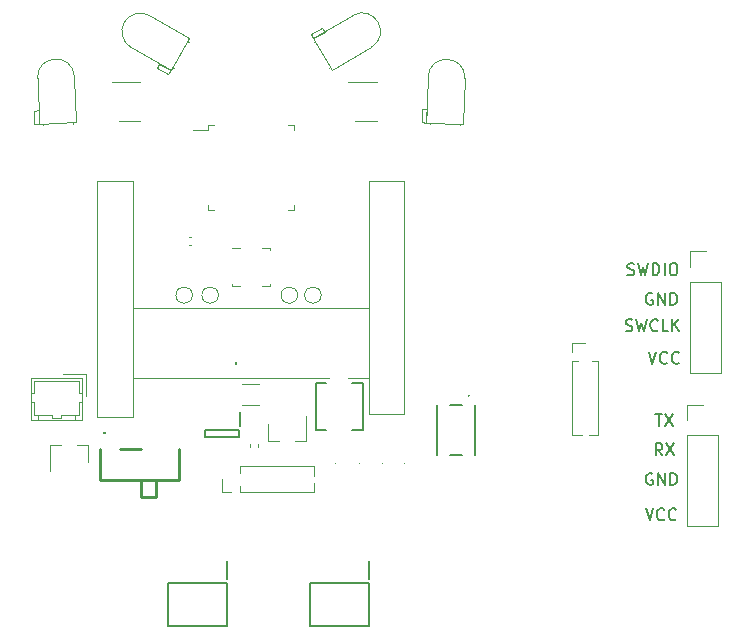
<source format=gto>
G04 #@! TF.GenerationSoftware,KiCad,Pcbnew,(5.1.7)-1*
G04 #@! TF.CreationDate,2021-12-01T00:11:57+09:00*
G04 #@! TF.ProjectId,lapis,6c617069-732e-46b6-9963-61645f706362,rev?*
G04 #@! TF.SameCoordinates,Original*
G04 #@! TF.FileFunction,Legend,Top*
G04 #@! TF.FilePolarity,Positive*
%FSLAX46Y46*%
G04 Gerber Fmt 4.6, Leading zero omitted, Abs format (unit mm)*
G04 Created by KiCad (PCBNEW (5.1.7)-1) date 2021-12-01 00:11:57*
%MOMM*%
%LPD*%
G01*
G04 APERTURE LIST*
%ADD10C,0.150000*%
%ADD11C,0.120000*%
%ADD12C,0.100000*%
%ADD13C,0.200000*%
%ADD14C,0.254000*%
%ADD15O,1.700000X1.700000*%
%ADD16R,1.700000X1.700000*%
%ADD17O,1.000000X1.000000*%
%ADD18R,1.000000X1.000000*%
%ADD19C,1.000000*%
%ADD20R,1.060000X0.650000*%
%ADD21R,0.650000X1.050000*%
%ADD22C,1.500000*%
%ADD23R,0.800000X0.900000*%
%ADD24R,1.600000X1.000000*%
%ADD25O,0.900000X1.400000*%
%ADD26R,0.450000X1.000000*%
%ADD27R,0.250000X0.500000*%
%ADD28R,0.600000X1.200000*%
%ADD29R,0.700000X1.500000*%
G04 APERTURE END LIST*
D10*
X178916666Y-111202380D02*
X179250000Y-112202380D01*
X179583333Y-111202380D01*
X180488095Y-112107142D02*
X180440476Y-112154761D01*
X180297619Y-112202380D01*
X180202380Y-112202380D01*
X180059523Y-112154761D01*
X179964285Y-112059523D01*
X179916666Y-111964285D01*
X179869047Y-111773809D01*
X179869047Y-111630952D01*
X179916666Y-111440476D01*
X179964285Y-111345238D01*
X180059523Y-111250000D01*
X180202380Y-111202380D01*
X180297619Y-111202380D01*
X180440476Y-111250000D01*
X180488095Y-111297619D01*
X181488095Y-112107142D02*
X181440476Y-112154761D01*
X181297619Y-112202380D01*
X181202380Y-112202380D01*
X181059523Y-112154761D01*
X180964285Y-112059523D01*
X180916666Y-111964285D01*
X180869047Y-111773809D01*
X180869047Y-111630952D01*
X180916666Y-111440476D01*
X180964285Y-111345238D01*
X181059523Y-111250000D01*
X181202380Y-111202380D01*
X181297619Y-111202380D01*
X181440476Y-111250000D01*
X181488095Y-111297619D01*
X176988095Y-109404761D02*
X177130952Y-109452380D01*
X177369047Y-109452380D01*
X177464285Y-109404761D01*
X177511904Y-109357142D01*
X177559523Y-109261904D01*
X177559523Y-109166666D01*
X177511904Y-109071428D01*
X177464285Y-109023809D01*
X177369047Y-108976190D01*
X177178571Y-108928571D01*
X177083333Y-108880952D01*
X177035714Y-108833333D01*
X176988095Y-108738095D01*
X176988095Y-108642857D01*
X177035714Y-108547619D01*
X177083333Y-108500000D01*
X177178571Y-108452380D01*
X177416666Y-108452380D01*
X177559523Y-108500000D01*
X177892857Y-108452380D02*
X178130952Y-109452380D01*
X178321428Y-108738095D01*
X178511904Y-109452380D01*
X178750000Y-108452380D01*
X179702380Y-109357142D02*
X179654761Y-109404761D01*
X179511904Y-109452380D01*
X179416666Y-109452380D01*
X179273809Y-109404761D01*
X179178571Y-109309523D01*
X179130952Y-109214285D01*
X179083333Y-109023809D01*
X179083333Y-108880952D01*
X179130952Y-108690476D01*
X179178571Y-108595238D01*
X179273809Y-108500000D01*
X179416666Y-108452380D01*
X179511904Y-108452380D01*
X179654761Y-108500000D01*
X179702380Y-108547619D01*
X180607142Y-109452380D02*
X180130952Y-109452380D01*
X180130952Y-108452380D01*
X180940476Y-109452380D02*
X180940476Y-108452380D01*
X181511904Y-109452380D02*
X181083333Y-108880952D01*
X181511904Y-108452380D02*
X180940476Y-109023809D01*
X179238095Y-106250000D02*
X179142857Y-106202380D01*
X179000000Y-106202380D01*
X178857142Y-106250000D01*
X178761904Y-106345238D01*
X178714285Y-106440476D01*
X178666666Y-106630952D01*
X178666666Y-106773809D01*
X178714285Y-106964285D01*
X178761904Y-107059523D01*
X178857142Y-107154761D01*
X179000000Y-107202380D01*
X179095238Y-107202380D01*
X179238095Y-107154761D01*
X179285714Y-107107142D01*
X179285714Y-106773809D01*
X179095238Y-106773809D01*
X179714285Y-107202380D02*
X179714285Y-106202380D01*
X180285714Y-107202380D01*
X180285714Y-106202380D01*
X180761904Y-107202380D02*
X180761904Y-106202380D01*
X181000000Y-106202380D01*
X181142857Y-106250000D01*
X181238095Y-106345238D01*
X181285714Y-106440476D01*
X181333333Y-106630952D01*
X181333333Y-106773809D01*
X181285714Y-106964285D01*
X181238095Y-107059523D01*
X181142857Y-107154761D01*
X181000000Y-107202380D01*
X180761904Y-107202380D01*
X177130952Y-104654761D02*
X177273809Y-104702380D01*
X177511904Y-104702380D01*
X177607142Y-104654761D01*
X177654761Y-104607142D01*
X177702380Y-104511904D01*
X177702380Y-104416666D01*
X177654761Y-104321428D01*
X177607142Y-104273809D01*
X177511904Y-104226190D01*
X177321428Y-104178571D01*
X177226190Y-104130952D01*
X177178571Y-104083333D01*
X177130952Y-103988095D01*
X177130952Y-103892857D01*
X177178571Y-103797619D01*
X177226190Y-103750000D01*
X177321428Y-103702380D01*
X177559523Y-103702380D01*
X177702380Y-103750000D01*
X178035714Y-103702380D02*
X178273809Y-104702380D01*
X178464285Y-103988095D01*
X178654761Y-104702380D01*
X178892857Y-103702380D01*
X179273809Y-104702380D02*
X179273809Y-103702380D01*
X179511904Y-103702380D01*
X179654761Y-103750000D01*
X179750000Y-103845238D01*
X179797619Y-103940476D01*
X179845238Y-104130952D01*
X179845238Y-104273809D01*
X179797619Y-104464285D01*
X179750000Y-104559523D01*
X179654761Y-104654761D01*
X179511904Y-104702380D01*
X179273809Y-104702380D01*
X180273809Y-104702380D02*
X180273809Y-103702380D01*
X180940476Y-103702380D02*
X181130952Y-103702380D01*
X181226190Y-103750000D01*
X181321428Y-103845238D01*
X181369047Y-104035714D01*
X181369047Y-104369047D01*
X181321428Y-104559523D01*
X181226190Y-104654761D01*
X181130952Y-104702380D01*
X180940476Y-104702380D01*
X180845238Y-104654761D01*
X180750000Y-104559523D01*
X180702380Y-104369047D01*
X180702380Y-104035714D01*
X180750000Y-103845238D01*
X180845238Y-103750000D01*
X180940476Y-103702380D01*
X179488095Y-116452380D02*
X180059523Y-116452380D01*
X179773809Y-117452380D02*
X179773809Y-116452380D01*
X180297619Y-116452380D02*
X180964285Y-117452380D01*
X180964285Y-116452380D02*
X180297619Y-117452380D01*
X180083333Y-119952380D02*
X179750000Y-119476190D01*
X179511904Y-119952380D02*
X179511904Y-118952380D01*
X179892857Y-118952380D01*
X179988095Y-119000000D01*
X180035714Y-119047619D01*
X180083333Y-119142857D01*
X180083333Y-119285714D01*
X180035714Y-119380952D01*
X179988095Y-119428571D01*
X179892857Y-119476190D01*
X179511904Y-119476190D01*
X180416666Y-118952380D02*
X181083333Y-119952380D01*
X181083333Y-118952380D02*
X180416666Y-119952380D01*
X179238095Y-121500000D02*
X179142857Y-121452380D01*
X179000000Y-121452380D01*
X178857142Y-121500000D01*
X178761904Y-121595238D01*
X178714285Y-121690476D01*
X178666666Y-121880952D01*
X178666666Y-122023809D01*
X178714285Y-122214285D01*
X178761904Y-122309523D01*
X178857142Y-122404761D01*
X179000000Y-122452380D01*
X179095238Y-122452380D01*
X179238095Y-122404761D01*
X179285714Y-122357142D01*
X179285714Y-122023809D01*
X179095238Y-122023809D01*
X179714285Y-122452380D02*
X179714285Y-121452380D01*
X180285714Y-122452380D01*
X180285714Y-121452380D01*
X180761904Y-122452380D02*
X180761904Y-121452380D01*
X181000000Y-121452380D01*
X181142857Y-121500000D01*
X181238095Y-121595238D01*
X181285714Y-121690476D01*
X181333333Y-121880952D01*
X181333333Y-122023809D01*
X181285714Y-122214285D01*
X181238095Y-122309523D01*
X181142857Y-122404761D01*
X181000000Y-122452380D01*
X180761904Y-122452380D01*
X178666666Y-124452380D02*
X179000000Y-125452380D01*
X179333333Y-124452380D01*
X180238095Y-125357142D02*
X180190476Y-125404761D01*
X180047619Y-125452380D01*
X179952380Y-125452380D01*
X179809523Y-125404761D01*
X179714285Y-125309523D01*
X179666666Y-125214285D01*
X179619047Y-125023809D01*
X179619047Y-124880952D01*
X179666666Y-124690476D01*
X179714285Y-124595238D01*
X179809523Y-124500000D01*
X179952380Y-124452380D01*
X180047619Y-124452380D01*
X180190476Y-124500000D01*
X180238095Y-124547619D01*
X181238095Y-125357142D02*
X181190476Y-125404761D01*
X181047619Y-125452380D01*
X180952380Y-125452380D01*
X180809523Y-125404761D01*
X180714285Y-125309523D01*
X180666666Y-125214285D01*
X180619047Y-125023809D01*
X180619047Y-124880952D01*
X180666666Y-124690476D01*
X180714285Y-124595238D01*
X180809523Y-124500000D01*
X180952380Y-124452380D01*
X181047619Y-124452380D01*
X181190476Y-124500000D01*
X181238095Y-124547619D01*
D11*
X135250000Y-113450000D02*
X155250000Y-113450000D01*
X135250000Y-107450000D02*
X155250000Y-107450000D01*
X155250000Y-96700000D02*
X158250000Y-96700000D01*
X155250000Y-96750000D02*
X155250000Y-96700000D01*
X155250000Y-116500000D02*
X155250000Y-96750000D01*
X158250000Y-116500000D02*
X155250000Y-116500000D01*
X158250000Y-116500000D02*
X158250000Y-96700000D01*
X135250000Y-96700000D02*
X135250000Y-116700000D01*
X132250000Y-96700000D02*
X135250000Y-96700000D01*
X132250000Y-116700000D02*
X135250000Y-116700000D01*
X132250000Y-96700000D02*
X132250000Y-116700000D01*
X148410000Y-99220000D02*
X148860000Y-99220000D01*
X148860000Y-99220000D02*
X148860000Y-98770000D01*
X142090000Y-99220000D02*
X141640000Y-99220000D01*
X141640000Y-99220000D02*
X141640000Y-98770000D01*
X148410000Y-92000000D02*
X148860000Y-92000000D01*
X148860000Y-92000000D02*
X148860000Y-92450000D01*
X142090000Y-92000000D02*
X141640000Y-92000000D01*
X141640000Y-92000000D02*
X141640000Y-92450000D01*
X141640000Y-92450000D02*
X140350000Y-92450000D01*
X182170000Y-125950000D02*
X184830000Y-125950000D01*
X182170000Y-118270000D02*
X182170000Y-125950000D01*
X184830000Y-118270000D02*
X184830000Y-125950000D01*
X182170000Y-118270000D02*
X184830000Y-118270000D01*
X182170000Y-117000000D02*
X182170000Y-115670000D01*
X182170000Y-115670000D02*
X183500000Y-115670000D01*
X182420000Y-112950000D02*
X185080000Y-112950000D01*
X182420000Y-105270000D02*
X182420000Y-112950000D01*
X185080000Y-105270000D02*
X185080000Y-112950000D01*
X182420000Y-105270000D02*
X185080000Y-105270000D01*
X182420000Y-104000000D02*
X182420000Y-102670000D01*
X182420000Y-102670000D02*
X183750000Y-102670000D01*
X172440000Y-118220000D02*
X173242470Y-118220000D01*
X173857530Y-118220000D02*
X174660000Y-118220000D01*
X172440000Y-111935000D02*
X172440000Y-118220000D01*
X174660000Y-111935000D02*
X174660000Y-118220000D01*
X172440000Y-111935000D02*
X172986529Y-111935000D01*
X174113471Y-111935000D02*
X174660000Y-111935000D01*
X172440000Y-111175000D02*
X172440000Y-110415000D01*
X172440000Y-110415000D02*
X173550000Y-110415000D01*
X150625000Y-123100000D02*
X150625000Y-122297530D01*
X150625000Y-121682470D02*
X150625000Y-120880000D01*
X144340000Y-123100000D02*
X150625000Y-123100000D01*
X144340000Y-120880000D02*
X150625000Y-120880000D01*
X144340000Y-123100000D02*
X144340000Y-122553471D01*
X144340000Y-121426529D02*
X144340000Y-120880000D01*
X143580000Y-123100000D02*
X142820000Y-123100000D01*
X142820000Y-123100000D02*
X142820000Y-121990000D01*
X146185000Y-102390000D02*
X146860000Y-102390000D01*
X146860000Y-102390000D02*
X146860000Y-102565000D01*
X144315000Y-105610000D02*
X143640000Y-105610000D01*
X143640000Y-105610000D02*
X143640000Y-105435000D01*
X146185000Y-105610000D02*
X146860000Y-105610000D01*
X146860000Y-105610000D02*
X146860000Y-105435000D01*
X144315000Y-102390000D02*
X143640000Y-102390000D01*
X149200000Y-106400000D02*
G75*
G03*
X149200000Y-106400000I-700000J0D01*
G01*
X151200000Y-106400000D02*
G75*
G03*
X151200000Y-106400000I-700000J0D01*
G01*
X142500000Y-106400000D02*
G75*
G03*
X142500000Y-106400000I-700000J0D01*
G01*
X140300000Y-106400000D02*
G75*
G03*
X140300000Y-106400000I-700000J0D01*
G01*
D12*
X152450000Y-120635000D02*
G75*
G03*
X152450000Y-120635000I-50000J0D01*
G01*
X154450000Y-120635000D02*
G75*
G03*
X154450000Y-120635000I-50000J0D01*
G01*
X156370000Y-120645000D02*
G75*
G03*
X156370000Y-120645000I-50000J0D01*
G01*
X158250000Y-120635000D02*
G75*
G03*
X158250000Y-120635000I-50000J0D01*
G01*
X125650000Y-116365000D02*
G75*
G03*
X125650000Y-116365000I-50000J0D01*
G01*
D11*
X145860000Y-119225835D02*
X145860000Y-118994165D01*
X145140000Y-119225835D02*
X145140000Y-118994165D01*
X144538748Y-115710000D02*
X145961252Y-115710000D01*
X144538748Y-113890000D02*
X145961252Y-113890000D01*
X140215835Y-101440000D02*
X139984165Y-101440000D01*
X140215835Y-102160000D02*
X139984165Y-102160000D01*
X154100000Y-91610000D02*
X155900000Y-91610000D01*
X155900000Y-88390000D02*
X153450000Y-88390000D01*
X134100000Y-91610000D02*
X135900000Y-91610000D01*
X135900000Y-88390000D02*
X133450000Y-88390000D01*
D13*
X163742370Y-114894000D02*
G75*
G03*
X163742370Y-114894000I-53370J0D01*
G01*
X163100000Y-119900000D02*
X162100000Y-119900000D01*
X163100000Y-115700000D02*
X162100000Y-115700000D01*
X161000000Y-119900000D02*
X161000000Y-115700000D01*
X164200000Y-115700000D02*
X164200000Y-119900000D01*
D11*
X130437252Y-91770971D02*
X130302540Y-87913323D01*
X127280065Y-90760540D02*
X127319153Y-91879858D01*
X127319153Y-91879858D02*
X126919396Y-91893818D01*
X130437252Y-91770971D02*
X127319153Y-91879858D01*
X127613513Y-91999658D02*
X127613513Y-91999658D01*
X127608976Y-91869737D02*
X127608976Y-91869737D01*
X127613513Y-91999658D02*
X127608976Y-91869737D01*
X130147429Y-91781092D02*
X130151966Y-91911013D01*
X130147429Y-91781092D02*
X130147429Y-91781092D01*
X130151966Y-91911013D02*
X130147429Y-91781092D01*
X126880309Y-90774500D02*
X127280065Y-90760540D01*
X127608976Y-91869737D02*
X127613513Y-91999658D01*
X130151966Y-91911013D02*
X130151966Y-91911013D01*
X126919396Y-91893818D02*
X126880309Y-90774500D01*
X127319153Y-91879858D02*
X127184441Y-88022209D01*
X127184440Y-88022209D02*
G75*
G02*
X130302540Y-87913323I1559050J54443D01*
G01*
X152092891Y-87346147D02*
X155435749Y-85416147D01*
X151502839Y-84084148D02*
X150532891Y-84644148D01*
X150532891Y-84644148D02*
X150332891Y-84297738D01*
X152092891Y-87346147D02*
X150532891Y-84644148D01*
X150565307Y-84960295D02*
X150565307Y-84960295D01*
X150677891Y-84895295D02*
X150677891Y-84895295D01*
X150565307Y-84960295D02*
X150677891Y-84895295D01*
X151947891Y-87095000D02*
X151835307Y-87160000D01*
X151947891Y-87095000D02*
X151947891Y-87095000D01*
X151835307Y-87160000D02*
X151947891Y-87095000D01*
X151302839Y-83737738D02*
X151502839Y-84084148D01*
X150677891Y-84895295D02*
X150565307Y-84960295D01*
X151835307Y-87160000D02*
X151835307Y-87160000D01*
X150332891Y-84297738D02*
X151302839Y-83737738D01*
X150532891Y-84644148D02*
X153875749Y-82714148D01*
X153875749Y-82714149D02*
G75*
G02*
X155435749Y-85416147I780000J-1350999D01*
G01*
X140005770Y-84648853D02*
X136662911Y-82718853D01*
X137475821Y-86790852D02*
X138445770Y-87350852D01*
X138445770Y-87350852D02*
X138245770Y-87697262D01*
X140005770Y-84648853D02*
X138445770Y-87350852D01*
X138703353Y-87164705D02*
X138703353Y-87164705D01*
X138590770Y-87099705D02*
X138590770Y-87099705D01*
X138703353Y-87164705D02*
X138590770Y-87099705D01*
X139860770Y-84900000D02*
X139973353Y-84965000D01*
X139860770Y-84900000D02*
X139860770Y-84900000D01*
X139973353Y-84965000D02*
X139860770Y-84900000D01*
X137275821Y-87137262D02*
X137475821Y-86790852D01*
X138590770Y-87099705D02*
X138703353Y-87164705D01*
X139973353Y-84965000D02*
X139973353Y-84965000D01*
X138245770Y-87697262D02*
X137275821Y-87137262D01*
X138445770Y-87350852D02*
X135102911Y-85420852D01*
X135102911Y-85420851D02*
G75*
G02*
X136662911Y-82718853I780000J1350999D01*
G01*
X163232052Y-91900858D02*
X163366764Y-88043209D01*
X160153040Y-90672654D02*
X160113952Y-91791972D01*
X160113952Y-91791972D02*
X159714196Y-91778012D01*
X163232052Y-91900858D02*
X160113952Y-91791972D01*
X160399239Y-91932013D02*
X160399239Y-91932013D01*
X160403776Y-91802092D02*
X160403776Y-91802092D01*
X160399239Y-91932013D02*
X160403776Y-91802092D01*
X162942228Y-91890737D02*
X162937691Y-92020658D01*
X162942228Y-91890737D02*
X162942228Y-91890737D01*
X162937691Y-92020658D02*
X162942228Y-91890737D01*
X159753283Y-90658694D02*
X160153040Y-90672654D01*
X160403776Y-91802092D02*
X160399239Y-91932013D01*
X162937691Y-92020658D02*
X162937691Y-92020658D01*
X159714196Y-91778012D02*
X159753283Y-90658694D01*
X160113952Y-91791972D02*
X160248664Y-87934323D01*
X160248664Y-87934323D02*
G75*
G02*
X163366764Y-88043209I1559050J-54443D01*
G01*
X146720000Y-118760000D02*
X147650000Y-118760000D01*
X149880000Y-118760000D02*
X148950000Y-118760000D01*
X149880000Y-118760000D02*
X149880000Y-116600000D01*
X146720000Y-118760000D02*
X146720000Y-117300000D01*
X131440000Y-119100000D02*
X130510000Y-119100000D01*
X128280000Y-119100000D02*
X129210000Y-119100000D01*
X128280000Y-119100000D02*
X128280000Y-121260000D01*
X131440000Y-119100000D02*
X131440000Y-120560000D01*
D10*
X151630000Y-117800000D02*
X150730000Y-117800000D01*
X150730000Y-113800000D02*
X151630000Y-113800000D01*
X150730000Y-117800000D02*
X150730000Y-113800000D01*
X154730000Y-117800000D02*
X153830000Y-117800000D01*
X154730000Y-113800000D02*
X154730000Y-117800000D01*
X153830000Y-113800000D02*
X154730000Y-113800000D01*
D11*
X128425000Y-116525000D02*
X127225000Y-116525000D01*
X128425000Y-116825000D02*
X128425000Y-116525000D01*
X129175000Y-116825000D02*
X128425000Y-116825000D01*
X129175000Y-116525000D02*
X129175000Y-116825000D01*
X130375000Y-116525000D02*
X129175000Y-116525000D01*
X127225000Y-116525000D02*
X127225000Y-116975000D01*
X126925000Y-116525000D02*
X127225000Y-116525000D01*
X126925000Y-115425000D02*
X126925000Y-116525000D01*
X126625000Y-115425000D02*
X126925000Y-115425000D01*
X130375000Y-116525000D02*
X130375000Y-116975000D01*
X130675000Y-116525000D02*
X130375000Y-116525000D01*
X130675000Y-115425000D02*
X130675000Y-116525000D01*
X130975000Y-115425000D02*
X130675000Y-115425000D01*
X126925000Y-114675000D02*
X126625000Y-114675000D01*
X126925000Y-113675000D02*
X126925000Y-114675000D01*
X130675000Y-113675000D02*
X126925000Y-113675000D01*
X130675000Y-114675000D02*
X130675000Y-113675000D01*
X130975000Y-114675000D02*
X130675000Y-114675000D01*
X131285000Y-113065000D02*
X129375000Y-113065000D01*
X131285000Y-114975000D02*
X131285000Y-113065000D01*
X126625000Y-116975000D02*
X130975000Y-116975000D01*
X126625000Y-113375000D02*
X126625000Y-116975000D01*
X130975000Y-113375000D02*
X126625000Y-113375000D01*
X130975000Y-116975000D02*
X130975000Y-113375000D01*
D13*
X155240000Y-130742000D02*
X155240000Y-134442000D01*
X155240000Y-134442000D02*
X150240000Y-134442000D01*
X150240000Y-134442000D02*
X150240000Y-130742000D01*
X150240000Y-130742000D02*
X155240000Y-130742000D01*
X155265000Y-128917000D02*
X155265000Y-130392000D01*
X143225000Y-128925000D02*
X143225000Y-130400000D01*
X138200000Y-130750000D02*
X143200000Y-130750000D01*
X138200000Y-134450000D02*
X138200000Y-130750000D01*
X143200000Y-134450000D02*
X138200000Y-134450000D01*
X143200000Y-130750000D02*
X143200000Y-134450000D01*
X144000000Y-112090000D02*
X144000000Y-112090000D01*
X144000000Y-112190000D02*
X144000000Y-112190000D01*
X144000000Y-112090000D02*
X144000000Y-112090000D01*
X144000000Y-112190000D02*
G75*
G02*
X144000000Y-112090000I0J50000D01*
G01*
X144000000Y-112090000D02*
G75*
G02*
X144000000Y-112190000I0J-50000D01*
G01*
X144000000Y-112190000D02*
G75*
G02*
X144000000Y-112090000I0J50000D01*
G01*
X144300000Y-116250000D02*
X144300000Y-117450000D01*
X141350000Y-117800000D02*
X144250000Y-117800000D01*
X141350000Y-118400000D02*
X141350000Y-117800000D01*
X144250000Y-118400000D02*
X141350000Y-118400000D01*
X144250000Y-117800000D02*
X144250000Y-118400000D01*
D14*
X132863670Y-118081330D02*
G75*
G03*
X132863670Y-118081330I-54000J0D01*
G01*
X134126330Y-119420000D02*
X135975330Y-119420000D01*
X137230000Y-123520000D02*
X137230000Y-122020000D01*
X135930000Y-123520000D02*
X137230000Y-123520000D01*
X135930000Y-122020000D02*
X135930000Y-123520000D01*
X132480000Y-122020000D02*
X132480000Y-119420000D01*
X139180000Y-122020000D02*
X132480000Y-122020000D01*
X139180000Y-119420000D02*
X139180000Y-122020000D01*
%LPC*%
G36*
G01*
X158300000Y-119610000D02*
X158100000Y-119610000D01*
G75*
G02*
X158000000Y-119510000I0J100000D01*
G01*
X158000000Y-119075000D01*
G75*
G02*
X158100000Y-118975000I100000J0D01*
G01*
X158300000Y-118975000D01*
G75*
G02*
X158400000Y-119075000I0J-100000D01*
G01*
X158400000Y-119510000D01*
G75*
G02*
X158300000Y-119610000I-100000J0D01*
G01*
G37*
G36*
G01*
X158300000Y-120425000D02*
X158100000Y-120425000D01*
G75*
G02*
X158000000Y-120325000I0J100000D01*
G01*
X158000000Y-119890000D01*
G75*
G02*
X158100000Y-119790000I100000J0D01*
G01*
X158300000Y-119790000D01*
G75*
G02*
X158400000Y-119890000I0J-100000D01*
G01*
X158400000Y-120325000D01*
G75*
G02*
X158300000Y-120425000I-100000J0D01*
G01*
G37*
G36*
G01*
X156400000Y-119610000D02*
X156200000Y-119610000D01*
G75*
G02*
X156100000Y-119510000I0J100000D01*
G01*
X156100000Y-119075000D01*
G75*
G02*
X156200000Y-118975000I100000J0D01*
G01*
X156400000Y-118975000D01*
G75*
G02*
X156500000Y-119075000I0J-100000D01*
G01*
X156500000Y-119510000D01*
G75*
G02*
X156400000Y-119610000I-100000J0D01*
G01*
G37*
G36*
G01*
X156400000Y-120425000D02*
X156200000Y-120425000D01*
G75*
G02*
X156100000Y-120325000I0J100000D01*
G01*
X156100000Y-119890000D01*
G75*
G02*
X156200000Y-119790000I100000J0D01*
G01*
X156400000Y-119790000D01*
G75*
G02*
X156500000Y-119890000I0J-100000D01*
G01*
X156500000Y-120325000D01*
G75*
G02*
X156400000Y-120425000I-100000J0D01*
G01*
G37*
G36*
G01*
X154500000Y-119610000D02*
X154300000Y-119610000D01*
G75*
G02*
X154200000Y-119510000I0J100000D01*
G01*
X154200000Y-119075000D01*
G75*
G02*
X154300000Y-118975000I100000J0D01*
G01*
X154500000Y-118975000D01*
G75*
G02*
X154600000Y-119075000I0J-100000D01*
G01*
X154600000Y-119510000D01*
G75*
G02*
X154500000Y-119610000I-100000J0D01*
G01*
G37*
G36*
G01*
X154500000Y-120425000D02*
X154300000Y-120425000D01*
G75*
G02*
X154200000Y-120325000I0J100000D01*
G01*
X154200000Y-119890000D01*
G75*
G02*
X154300000Y-119790000I100000J0D01*
G01*
X154500000Y-119790000D01*
G75*
G02*
X154600000Y-119890000I0J-100000D01*
G01*
X154600000Y-120325000D01*
G75*
G02*
X154500000Y-120425000I-100000J0D01*
G01*
G37*
G36*
G01*
X152500000Y-119642500D02*
X152300000Y-119642500D01*
G75*
G02*
X152200000Y-119542500I0J100000D01*
G01*
X152200000Y-119107500D01*
G75*
G02*
X152300000Y-119007500I100000J0D01*
G01*
X152500000Y-119007500D01*
G75*
G02*
X152600000Y-119107500I0J-100000D01*
G01*
X152600000Y-119542500D01*
G75*
G02*
X152500000Y-119642500I-100000J0D01*
G01*
G37*
G36*
G01*
X152500000Y-120457500D02*
X152300000Y-120457500D01*
G75*
G02*
X152200000Y-120357500I0J100000D01*
G01*
X152200000Y-119922500D01*
G75*
G02*
X152300000Y-119822500I100000J0D01*
G01*
X152500000Y-119822500D01*
G75*
G02*
X152600000Y-119922500I0J-100000D01*
G01*
X152600000Y-120357500D01*
G75*
G02*
X152500000Y-120457500I-100000J0D01*
G01*
G37*
G36*
G01*
X142350000Y-92110000D02*
X142350000Y-90785000D01*
G75*
G02*
X142425000Y-90710000I75000J0D01*
G01*
X142575000Y-90710000D01*
G75*
G02*
X142650000Y-90785000I0J-75000D01*
G01*
X142650000Y-92110000D01*
G75*
G02*
X142575000Y-92185000I-75000J0D01*
G01*
X142425000Y-92185000D01*
G75*
G02*
X142350000Y-92110000I0J75000D01*
G01*
G37*
G36*
G01*
X142850000Y-92110000D02*
X142850000Y-90785000D01*
G75*
G02*
X142925000Y-90710000I75000J0D01*
G01*
X143075000Y-90710000D01*
G75*
G02*
X143150000Y-90785000I0J-75000D01*
G01*
X143150000Y-92110000D01*
G75*
G02*
X143075000Y-92185000I-75000J0D01*
G01*
X142925000Y-92185000D01*
G75*
G02*
X142850000Y-92110000I0J75000D01*
G01*
G37*
G36*
G01*
X143350000Y-92110000D02*
X143350000Y-90785000D01*
G75*
G02*
X143425000Y-90710000I75000J0D01*
G01*
X143575000Y-90710000D01*
G75*
G02*
X143650000Y-90785000I0J-75000D01*
G01*
X143650000Y-92110000D01*
G75*
G02*
X143575000Y-92185000I-75000J0D01*
G01*
X143425000Y-92185000D01*
G75*
G02*
X143350000Y-92110000I0J75000D01*
G01*
G37*
G36*
G01*
X143850000Y-92110000D02*
X143850000Y-90785000D01*
G75*
G02*
X143925000Y-90710000I75000J0D01*
G01*
X144075000Y-90710000D01*
G75*
G02*
X144150000Y-90785000I0J-75000D01*
G01*
X144150000Y-92110000D01*
G75*
G02*
X144075000Y-92185000I-75000J0D01*
G01*
X143925000Y-92185000D01*
G75*
G02*
X143850000Y-92110000I0J75000D01*
G01*
G37*
G36*
G01*
X144350000Y-92110000D02*
X144350000Y-90785000D01*
G75*
G02*
X144425000Y-90710000I75000J0D01*
G01*
X144575000Y-90710000D01*
G75*
G02*
X144650000Y-90785000I0J-75000D01*
G01*
X144650000Y-92110000D01*
G75*
G02*
X144575000Y-92185000I-75000J0D01*
G01*
X144425000Y-92185000D01*
G75*
G02*
X144350000Y-92110000I0J75000D01*
G01*
G37*
G36*
G01*
X144850000Y-92110000D02*
X144850000Y-90785000D01*
G75*
G02*
X144925000Y-90710000I75000J0D01*
G01*
X145075000Y-90710000D01*
G75*
G02*
X145150000Y-90785000I0J-75000D01*
G01*
X145150000Y-92110000D01*
G75*
G02*
X145075000Y-92185000I-75000J0D01*
G01*
X144925000Y-92185000D01*
G75*
G02*
X144850000Y-92110000I0J75000D01*
G01*
G37*
G36*
G01*
X145350000Y-92110000D02*
X145350000Y-90785000D01*
G75*
G02*
X145425000Y-90710000I75000J0D01*
G01*
X145575000Y-90710000D01*
G75*
G02*
X145650000Y-90785000I0J-75000D01*
G01*
X145650000Y-92110000D01*
G75*
G02*
X145575000Y-92185000I-75000J0D01*
G01*
X145425000Y-92185000D01*
G75*
G02*
X145350000Y-92110000I0J75000D01*
G01*
G37*
G36*
G01*
X145850000Y-92110000D02*
X145850000Y-90785000D01*
G75*
G02*
X145925000Y-90710000I75000J0D01*
G01*
X146075000Y-90710000D01*
G75*
G02*
X146150000Y-90785000I0J-75000D01*
G01*
X146150000Y-92110000D01*
G75*
G02*
X146075000Y-92185000I-75000J0D01*
G01*
X145925000Y-92185000D01*
G75*
G02*
X145850000Y-92110000I0J75000D01*
G01*
G37*
G36*
G01*
X146350000Y-92110000D02*
X146350000Y-90785000D01*
G75*
G02*
X146425000Y-90710000I75000J0D01*
G01*
X146575000Y-90710000D01*
G75*
G02*
X146650000Y-90785000I0J-75000D01*
G01*
X146650000Y-92110000D01*
G75*
G02*
X146575000Y-92185000I-75000J0D01*
G01*
X146425000Y-92185000D01*
G75*
G02*
X146350000Y-92110000I0J75000D01*
G01*
G37*
G36*
G01*
X146850000Y-92110000D02*
X146850000Y-90785000D01*
G75*
G02*
X146925000Y-90710000I75000J0D01*
G01*
X147075000Y-90710000D01*
G75*
G02*
X147150000Y-90785000I0J-75000D01*
G01*
X147150000Y-92110000D01*
G75*
G02*
X147075000Y-92185000I-75000J0D01*
G01*
X146925000Y-92185000D01*
G75*
G02*
X146850000Y-92110000I0J75000D01*
G01*
G37*
G36*
G01*
X147350000Y-92110000D02*
X147350000Y-90785000D01*
G75*
G02*
X147425000Y-90710000I75000J0D01*
G01*
X147575000Y-90710000D01*
G75*
G02*
X147650000Y-90785000I0J-75000D01*
G01*
X147650000Y-92110000D01*
G75*
G02*
X147575000Y-92185000I-75000J0D01*
G01*
X147425000Y-92185000D01*
G75*
G02*
X147350000Y-92110000I0J75000D01*
G01*
G37*
G36*
G01*
X147850000Y-92110000D02*
X147850000Y-90785000D01*
G75*
G02*
X147925000Y-90710000I75000J0D01*
G01*
X148075000Y-90710000D01*
G75*
G02*
X148150000Y-90785000I0J-75000D01*
G01*
X148150000Y-92110000D01*
G75*
G02*
X148075000Y-92185000I-75000J0D01*
G01*
X147925000Y-92185000D01*
G75*
G02*
X147850000Y-92110000I0J75000D01*
G01*
G37*
G36*
G01*
X148675000Y-92935000D02*
X148675000Y-92785000D01*
G75*
G02*
X148750000Y-92710000I75000J0D01*
G01*
X150075000Y-92710000D01*
G75*
G02*
X150150000Y-92785000I0J-75000D01*
G01*
X150150000Y-92935000D01*
G75*
G02*
X150075000Y-93010000I-75000J0D01*
G01*
X148750000Y-93010000D01*
G75*
G02*
X148675000Y-92935000I0J75000D01*
G01*
G37*
G36*
G01*
X148675000Y-93435000D02*
X148675000Y-93285000D01*
G75*
G02*
X148750000Y-93210000I75000J0D01*
G01*
X150075000Y-93210000D01*
G75*
G02*
X150150000Y-93285000I0J-75000D01*
G01*
X150150000Y-93435000D01*
G75*
G02*
X150075000Y-93510000I-75000J0D01*
G01*
X148750000Y-93510000D01*
G75*
G02*
X148675000Y-93435000I0J75000D01*
G01*
G37*
G36*
G01*
X148675000Y-93935000D02*
X148675000Y-93785000D01*
G75*
G02*
X148750000Y-93710000I75000J0D01*
G01*
X150075000Y-93710000D01*
G75*
G02*
X150150000Y-93785000I0J-75000D01*
G01*
X150150000Y-93935000D01*
G75*
G02*
X150075000Y-94010000I-75000J0D01*
G01*
X148750000Y-94010000D01*
G75*
G02*
X148675000Y-93935000I0J75000D01*
G01*
G37*
G36*
G01*
X148675000Y-94435000D02*
X148675000Y-94285000D01*
G75*
G02*
X148750000Y-94210000I75000J0D01*
G01*
X150075000Y-94210000D01*
G75*
G02*
X150150000Y-94285000I0J-75000D01*
G01*
X150150000Y-94435000D01*
G75*
G02*
X150075000Y-94510000I-75000J0D01*
G01*
X148750000Y-94510000D01*
G75*
G02*
X148675000Y-94435000I0J75000D01*
G01*
G37*
G36*
G01*
X148675000Y-94935000D02*
X148675000Y-94785000D01*
G75*
G02*
X148750000Y-94710000I75000J0D01*
G01*
X150075000Y-94710000D01*
G75*
G02*
X150150000Y-94785000I0J-75000D01*
G01*
X150150000Y-94935000D01*
G75*
G02*
X150075000Y-95010000I-75000J0D01*
G01*
X148750000Y-95010000D01*
G75*
G02*
X148675000Y-94935000I0J75000D01*
G01*
G37*
G36*
G01*
X148675000Y-95435000D02*
X148675000Y-95285000D01*
G75*
G02*
X148750000Y-95210000I75000J0D01*
G01*
X150075000Y-95210000D01*
G75*
G02*
X150150000Y-95285000I0J-75000D01*
G01*
X150150000Y-95435000D01*
G75*
G02*
X150075000Y-95510000I-75000J0D01*
G01*
X148750000Y-95510000D01*
G75*
G02*
X148675000Y-95435000I0J75000D01*
G01*
G37*
G36*
G01*
X148675000Y-95935000D02*
X148675000Y-95785000D01*
G75*
G02*
X148750000Y-95710000I75000J0D01*
G01*
X150075000Y-95710000D01*
G75*
G02*
X150150000Y-95785000I0J-75000D01*
G01*
X150150000Y-95935000D01*
G75*
G02*
X150075000Y-96010000I-75000J0D01*
G01*
X148750000Y-96010000D01*
G75*
G02*
X148675000Y-95935000I0J75000D01*
G01*
G37*
G36*
G01*
X148675000Y-96435000D02*
X148675000Y-96285000D01*
G75*
G02*
X148750000Y-96210000I75000J0D01*
G01*
X150075000Y-96210000D01*
G75*
G02*
X150150000Y-96285000I0J-75000D01*
G01*
X150150000Y-96435000D01*
G75*
G02*
X150075000Y-96510000I-75000J0D01*
G01*
X148750000Y-96510000D01*
G75*
G02*
X148675000Y-96435000I0J75000D01*
G01*
G37*
G36*
G01*
X148675000Y-96935000D02*
X148675000Y-96785000D01*
G75*
G02*
X148750000Y-96710000I75000J0D01*
G01*
X150075000Y-96710000D01*
G75*
G02*
X150150000Y-96785000I0J-75000D01*
G01*
X150150000Y-96935000D01*
G75*
G02*
X150075000Y-97010000I-75000J0D01*
G01*
X148750000Y-97010000D01*
G75*
G02*
X148675000Y-96935000I0J75000D01*
G01*
G37*
G36*
G01*
X148675000Y-97435000D02*
X148675000Y-97285000D01*
G75*
G02*
X148750000Y-97210000I75000J0D01*
G01*
X150075000Y-97210000D01*
G75*
G02*
X150150000Y-97285000I0J-75000D01*
G01*
X150150000Y-97435000D01*
G75*
G02*
X150075000Y-97510000I-75000J0D01*
G01*
X148750000Y-97510000D01*
G75*
G02*
X148675000Y-97435000I0J75000D01*
G01*
G37*
G36*
G01*
X148675000Y-97935000D02*
X148675000Y-97785000D01*
G75*
G02*
X148750000Y-97710000I75000J0D01*
G01*
X150075000Y-97710000D01*
G75*
G02*
X150150000Y-97785000I0J-75000D01*
G01*
X150150000Y-97935000D01*
G75*
G02*
X150075000Y-98010000I-75000J0D01*
G01*
X148750000Y-98010000D01*
G75*
G02*
X148675000Y-97935000I0J75000D01*
G01*
G37*
G36*
G01*
X148675000Y-98435000D02*
X148675000Y-98285000D01*
G75*
G02*
X148750000Y-98210000I75000J0D01*
G01*
X150075000Y-98210000D01*
G75*
G02*
X150150000Y-98285000I0J-75000D01*
G01*
X150150000Y-98435000D01*
G75*
G02*
X150075000Y-98510000I-75000J0D01*
G01*
X148750000Y-98510000D01*
G75*
G02*
X148675000Y-98435000I0J75000D01*
G01*
G37*
G36*
G01*
X147850000Y-100435000D02*
X147850000Y-99110000D01*
G75*
G02*
X147925000Y-99035000I75000J0D01*
G01*
X148075000Y-99035000D01*
G75*
G02*
X148150000Y-99110000I0J-75000D01*
G01*
X148150000Y-100435000D01*
G75*
G02*
X148075000Y-100510000I-75000J0D01*
G01*
X147925000Y-100510000D01*
G75*
G02*
X147850000Y-100435000I0J75000D01*
G01*
G37*
G36*
G01*
X147350000Y-100435000D02*
X147350000Y-99110000D01*
G75*
G02*
X147425000Y-99035000I75000J0D01*
G01*
X147575000Y-99035000D01*
G75*
G02*
X147650000Y-99110000I0J-75000D01*
G01*
X147650000Y-100435000D01*
G75*
G02*
X147575000Y-100510000I-75000J0D01*
G01*
X147425000Y-100510000D01*
G75*
G02*
X147350000Y-100435000I0J75000D01*
G01*
G37*
G36*
G01*
X146850000Y-100435000D02*
X146850000Y-99110000D01*
G75*
G02*
X146925000Y-99035000I75000J0D01*
G01*
X147075000Y-99035000D01*
G75*
G02*
X147150000Y-99110000I0J-75000D01*
G01*
X147150000Y-100435000D01*
G75*
G02*
X147075000Y-100510000I-75000J0D01*
G01*
X146925000Y-100510000D01*
G75*
G02*
X146850000Y-100435000I0J75000D01*
G01*
G37*
G36*
G01*
X146350000Y-100435000D02*
X146350000Y-99110000D01*
G75*
G02*
X146425000Y-99035000I75000J0D01*
G01*
X146575000Y-99035000D01*
G75*
G02*
X146650000Y-99110000I0J-75000D01*
G01*
X146650000Y-100435000D01*
G75*
G02*
X146575000Y-100510000I-75000J0D01*
G01*
X146425000Y-100510000D01*
G75*
G02*
X146350000Y-100435000I0J75000D01*
G01*
G37*
G36*
G01*
X145850000Y-100435000D02*
X145850000Y-99110000D01*
G75*
G02*
X145925000Y-99035000I75000J0D01*
G01*
X146075000Y-99035000D01*
G75*
G02*
X146150000Y-99110000I0J-75000D01*
G01*
X146150000Y-100435000D01*
G75*
G02*
X146075000Y-100510000I-75000J0D01*
G01*
X145925000Y-100510000D01*
G75*
G02*
X145850000Y-100435000I0J75000D01*
G01*
G37*
G36*
G01*
X145350000Y-100435000D02*
X145350000Y-99110000D01*
G75*
G02*
X145425000Y-99035000I75000J0D01*
G01*
X145575000Y-99035000D01*
G75*
G02*
X145650000Y-99110000I0J-75000D01*
G01*
X145650000Y-100435000D01*
G75*
G02*
X145575000Y-100510000I-75000J0D01*
G01*
X145425000Y-100510000D01*
G75*
G02*
X145350000Y-100435000I0J75000D01*
G01*
G37*
G36*
G01*
X144850000Y-100435000D02*
X144850000Y-99110000D01*
G75*
G02*
X144925000Y-99035000I75000J0D01*
G01*
X145075000Y-99035000D01*
G75*
G02*
X145150000Y-99110000I0J-75000D01*
G01*
X145150000Y-100435000D01*
G75*
G02*
X145075000Y-100510000I-75000J0D01*
G01*
X144925000Y-100510000D01*
G75*
G02*
X144850000Y-100435000I0J75000D01*
G01*
G37*
G36*
G01*
X144350000Y-100435000D02*
X144350000Y-99110000D01*
G75*
G02*
X144425000Y-99035000I75000J0D01*
G01*
X144575000Y-99035000D01*
G75*
G02*
X144650000Y-99110000I0J-75000D01*
G01*
X144650000Y-100435000D01*
G75*
G02*
X144575000Y-100510000I-75000J0D01*
G01*
X144425000Y-100510000D01*
G75*
G02*
X144350000Y-100435000I0J75000D01*
G01*
G37*
G36*
G01*
X143850000Y-100435000D02*
X143850000Y-99110000D01*
G75*
G02*
X143925000Y-99035000I75000J0D01*
G01*
X144075000Y-99035000D01*
G75*
G02*
X144150000Y-99110000I0J-75000D01*
G01*
X144150000Y-100435000D01*
G75*
G02*
X144075000Y-100510000I-75000J0D01*
G01*
X143925000Y-100510000D01*
G75*
G02*
X143850000Y-100435000I0J75000D01*
G01*
G37*
G36*
G01*
X143350000Y-100435000D02*
X143350000Y-99110000D01*
G75*
G02*
X143425000Y-99035000I75000J0D01*
G01*
X143575000Y-99035000D01*
G75*
G02*
X143650000Y-99110000I0J-75000D01*
G01*
X143650000Y-100435000D01*
G75*
G02*
X143575000Y-100510000I-75000J0D01*
G01*
X143425000Y-100510000D01*
G75*
G02*
X143350000Y-100435000I0J75000D01*
G01*
G37*
G36*
G01*
X142850000Y-100435000D02*
X142850000Y-99110000D01*
G75*
G02*
X142925000Y-99035000I75000J0D01*
G01*
X143075000Y-99035000D01*
G75*
G02*
X143150000Y-99110000I0J-75000D01*
G01*
X143150000Y-100435000D01*
G75*
G02*
X143075000Y-100510000I-75000J0D01*
G01*
X142925000Y-100510000D01*
G75*
G02*
X142850000Y-100435000I0J75000D01*
G01*
G37*
G36*
G01*
X142350000Y-100435000D02*
X142350000Y-99110000D01*
G75*
G02*
X142425000Y-99035000I75000J0D01*
G01*
X142575000Y-99035000D01*
G75*
G02*
X142650000Y-99110000I0J-75000D01*
G01*
X142650000Y-100435000D01*
G75*
G02*
X142575000Y-100510000I-75000J0D01*
G01*
X142425000Y-100510000D01*
G75*
G02*
X142350000Y-100435000I0J75000D01*
G01*
G37*
G36*
G01*
X140350000Y-98435000D02*
X140350000Y-98285000D01*
G75*
G02*
X140425000Y-98210000I75000J0D01*
G01*
X141750000Y-98210000D01*
G75*
G02*
X141825000Y-98285000I0J-75000D01*
G01*
X141825000Y-98435000D01*
G75*
G02*
X141750000Y-98510000I-75000J0D01*
G01*
X140425000Y-98510000D01*
G75*
G02*
X140350000Y-98435000I0J75000D01*
G01*
G37*
G36*
G01*
X140350000Y-97935000D02*
X140350000Y-97785000D01*
G75*
G02*
X140425000Y-97710000I75000J0D01*
G01*
X141750000Y-97710000D01*
G75*
G02*
X141825000Y-97785000I0J-75000D01*
G01*
X141825000Y-97935000D01*
G75*
G02*
X141750000Y-98010000I-75000J0D01*
G01*
X140425000Y-98010000D01*
G75*
G02*
X140350000Y-97935000I0J75000D01*
G01*
G37*
G36*
G01*
X140350000Y-97435000D02*
X140350000Y-97285000D01*
G75*
G02*
X140425000Y-97210000I75000J0D01*
G01*
X141750000Y-97210000D01*
G75*
G02*
X141825000Y-97285000I0J-75000D01*
G01*
X141825000Y-97435000D01*
G75*
G02*
X141750000Y-97510000I-75000J0D01*
G01*
X140425000Y-97510000D01*
G75*
G02*
X140350000Y-97435000I0J75000D01*
G01*
G37*
G36*
G01*
X140350000Y-96935000D02*
X140350000Y-96785000D01*
G75*
G02*
X140425000Y-96710000I75000J0D01*
G01*
X141750000Y-96710000D01*
G75*
G02*
X141825000Y-96785000I0J-75000D01*
G01*
X141825000Y-96935000D01*
G75*
G02*
X141750000Y-97010000I-75000J0D01*
G01*
X140425000Y-97010000D01*
G75*
G02*
X140350000Y-96935000I0J75000D01*
G01*
G37*
G36*
G01*
X140350000Y-96435000D02*
X140350000Y-96285000D01*
G75*
G02*
X140425000Y-96210000I75000J0D01*
G01*
X141750000Y-96210000D01*
G75*
G02*
X141825000Y-96285000I0J-75000D01*
G01*
X141825000Y-96435000D01*
G75*
G02*
X141750000Y-96510000I-75000J0D01*
G01*
X140425000Y-96510000D01*
G75*
G02*
X140350000Y-96435000I0J75000D01*
G01*
G37*
G36*
G01*
X140350000Y-95935000D02*
X140350000Y-95785000D01*
G75*
G02*
X140425000Y-95710000I75000J0D01*
G01*
X141750000Y-95710000D01*
G75*
G02*
X141825000Y-95785000I0J-75000D01*
G01*
X141825000Y-95935000D01*
G75*
G02*
X141750000Y-96010000I-75000J0D01*
G01*
X140425000Y-96010000D01*
G75*
G02*
X140350000Y-95935000I0J75000D01*
G01*
G37*
G36*
G01*
X140350000Y-95435000D02*
X140350000Y-95285000D01*
G75*
G02*
X140425000Y-95210000I75000J0D01*
G01*
X141750000Y-95210000D01*
G75*
G02*
X141825000Y-95285000I0J-75000D01*
G01*
X141825000Y-95435000D01*
G75*
G02*
X141750000Y-95510000I-75000J0D01*
G01*
X140425000Y-95510000D01*
G75*
G02*
X140350000Y-95435000I0J75000D01*
G01*
G37*
G36*
G01*
X140350000Y-94935000D02*
X140350000Y-94785000D01*
G75*
G02*
X140425000Y-94710000I75000J0D01*
G01*
X141750000Y-94710000D01*
G75*
G02*
X141825000Y-94785000I0J-75000D01*
G01*
X141825000Y-94935000D01*
G75*
G02*
X141750000Y-95010000I-75000J0D01*
G01*
X140425000Y-95010000D01*
G75*
G02*
X140350000Y-94935000I0J75000D01*
G01*
G37*
G36*
G01*
X140350000Y-94435000D02*
X140350000Y-94285000D01*
G75*
G02*
X140425000Y-94210000I75000J0D01*
G01*
X141750000Y-94210000D01*
G75*
G02*
X141825000Y-94285000I0J-75000D01*
G01*
X141825000Y-94435000D01*
G75*
G02*
X141750000Y-94510000I-75000J0D01*
G01*
X140425000Y-94510000D01*
G75*
G02*
X140350000Y-94435000I0J75000D01*
G01*
G37*
G36*
G01*
X140350000Y-93935000D02*
X140350000Y-93785000D01*
G75*
G02*
X140425000Y-93710000I75000J0D01*
G01*
X141750000Y-93710000D01*
G75*
G02*
X141825000Y-93785000I0J-75000D01*
G01*
X141825000Y-93935000D01*
G75*
G02*
X141750000Y-94010000I-75000J0D01*
G01*
X140425000Y-94010000D01*
G75*
G02*
X140350000Y-93935000I0J75000D01*
G01*
G37*
G36*
G01*
X140350000Y-93435000D02*
X140350000Y-93285000D01*
G75*
G02*
X140425000Y-93210000I75000J0D01*
G01*
X141750000Y-93210000D01*
G75*
G02*
X141825000Y-93285000I0J-75000D01*
G01*
X141825000Y-93435000D01*
G75*
G02*
X141750000Y-93510000I-75000J0D01*
G01*
X140425000Y-93510000D01*
G75*
G02*
X140350000Y-93435000I0J75000D01*
G01*
G37*
G36*
G01*
X140350000Y-92935000D02*
X140350000Y-92785000D01*
G75*
G02*
X140425000Y-92710000I75000J0D01*
G01*
X141750000Y-92710000D01*
G75*
G02*
X141825000Y-92785000I0J-75000D01*
G01*
X141825000Y-92935000D01*
G75*
G02*
X141750000Y-93010000I-75000J0D01*
G01*
X140425000Y-93010000D01*
G75*
G02*
X140350000Y-92935000I0J75000D01*
G01*
G37*
G36*
G01*
X149697500Y-100700000D02*
X149697500Y-100500000D01*
G75*
G02*
X149797500Y-100400000I100000J0D01*
G01*
X150232500Y-100400000D01*
G75*
G02*
X150332500Y-100500000I0J-100000D01*
G01*
X150332500Y-100700000D01*
G75*
G02*
X150232500Y-100800000I-100000J0D01*
G01*
X149797500Y-100800000D01*
G75*
G02*
X149697500Y-100700000I0J100000D01*
G01*
G37*
G36*
G01*
X148882500Y-100700000D02*
X148882500Y-100500000D01*
G75*
G02*
X148982500Y-100400000I100000J0D01*
G01*
X149417500Y-100400000D01*
G75*
G02*
X149517500Y-100500000I0J-100000D01*
G01*
X149517500Y-100700000D01*
G75*
G02*
X149417500Y-100800000I-100000J0D01*
G01*
X148982500Y-100800000D01*
G75*
G02*
X148882500Y-100700000I0J100000D01*
G01*
G37*
D15*
X183500000Y-124620000D03*
X183500000Y-122080000D03*
X183500000Y-119540000D03*
D16*
X183500000Y-117000000D03*
D15*
X183750000Y-111620000D03*
X183750000Y-109080000D03*
X183750000Y-106540000D03*
D16*
X183750000Y-104000000D03*
D17*
X173550000Y-117525000D03*
X173550000Y-116255000D03*
X173550000Y-114985000D03*
X173550000Y-113715000D03*
X173550000Y-112445000D03*
D18*
X173550000Y-111175000D03*
G36*
G01*
X140110000Y-102700000D02*
X140110000Y-102900000D01*
G75*
G02*
X140010000Y-103000000I-100000J0D01*
G01*
X139575000Y-103000000D01*
G75*
G02*
X139475000Y-102900000I0J100000D01*
G01*
X139475000Y-102700000D01*
G75*
G02*
X139575000Y-102600000I100000J0D01*
G01*
X140010000Y-102600000D01*
G75*
G02*
X140110000Y-102700000I0J-100000D01*
G01*
G37*
G36*
G01*
X140925000Y-102700000D02*
X140925000Y-102900000D01*
G75*
G02*
X140825000Y-103000000I-100000J0D01*
G01*
X140390000Y-103000000D01*
G75*
G02*
X140290000Y-102900000I0J100000D01*
G01*
X140290000Y-102700000D01*
G75*
G02*
X140390000Y-102600000I100000J0D01*
G01*
X140825000Y-102600000D01*
G75*
G02*
X140925000Y-102700000I0J-100000D01*
G01*
G37*
X143580000Y-121990000D03*
D17*
X144850000Y-121990000D03*
X146120000Y-121990000D03*
X147390000Y-121990000D03*
X148660000Y-121990000D03*
X149930000Y-121990000D03*
G36*
G01*
X145110000Y-101500000D02*
X145110000Y-101700000D01*
G75*
G02*
X145010000Y-101800000I-100000J0D01*
G01*
X144575000Y-101800000D01*
G75*
G02*
X144475000Y-101700000I0J100000D01*
G01*
X144475000Y-101500000D01*
G75*
G02*
X144575000Y-101400000I100000J0D01*
G01*
X145010000Y-101400000D01*
G75*
G02*
X145110000Y-101500000I0J-100000D01*
G01*
G37*
G36*
G01*
X145925000Y-101500000D02*
X145925000Y-101700000D01*
G75*
G02*
X145825000Y-101800000I-100000J0D01*
G01*
X145390000Y-101800000D01*
G75*
G02*
X145290000Y-101700000I0J100000D01*
G01*
X145290000Y-101500000D01*
G75*
G02*
X145390000Y-101400000I100000J0D01*
G01*
X145825000Y-101400000D01*
G75*
G02*
X145925000Y-101500000I0J-100000D01*
G01*
G37*
G36*
G01*
X138910000Y-92700000D02*
X138910000Y-92900000D01*
G75*
G02*
X138810000Y-93000000I-100000J0D01*
G01*
X138375000Y-93000000D01*
G75*
G02*
X138275000Y-92900000I0J100000D01*
G01*
X138275000Y-92700000D01*
G75*
G02*
X138375000Y-92600000I100000J0D01*
G01*
X138810000Y-92600000D01*
G75*
G02*
X138910000Y-92700000I0J-100000D01*
G01*
G37*
G36*
G01*
X139725000Y-92700000D02*
X139725000Y-92900000D01*
G75*
G02*
X139625000Y-93000000I-100000J0D01*
G01*
X139190000Y-93000000D01*
G75*
G02*
X139090000Y-92900000I0J100000D01*
G01*
X139090000Y-92700000D01*
G75*
G02*
X139190000Y-92600000I100000J0D01*
G01*
X139625000Y-92600000D01*
G75*
G02*
X139725000Y-92700000I0J-100000D01*
G01*
G37*
G36*
G01*
X147090000Y-101700000D02*
X147090000Y-101500000D01*
G75*
G02*
X147190000Y-101400000I100000J0D01*
G01*
X147625000Y-101400000D01*
G75*
G02*
X147725000Y-101500000I0J-100000D01*
G01*
X147725000Y-101700000D01*
G75*
G02*
X147625000Y-101800000I-100000J0D01*
G01*
X147190000Y-101800000D01*
G75*
G02*
X147090000Y-101700000I0J100000D01*
G01*
G37*
G36*
G01*
X146275000Y-101700000D02*
X146275000Y-101500000D01*
G75*
G02*
X146375000Y-101400000I100000J0D01*
G01*
X146810000Y-101400000D01*
G75*
G02*
X146910000Y-101500000I0J-100000D01*
G01*
X146910000Y-101700000D01*
G75*
G02*
X146810000Y-101800000I-100000J0D01*
G01*
X146375000Y-101800000D01*
G75*
G02*
X146275000Y-101700000I0J100000D01*
G01*
G37*
G36*
G01*
X151690000Y-92900000D02*
X151690000Y-92700000D01*
G75*
G02*
X151790000Y-92600000I100000J0D01*
G01*
X152225000Y-92600000D01*
G75*
G02*
X152325000Y-92700000I0J-100000D01*
G01*
X152325000Y-92900000D01*
G75*
G02*
X152225000Y-93000000I-100000J0D01*
G01*
X151790000Y-93000000D01*
G75*
G02*
X151690000Y-92900000I0J100000D01*
G01*
G37*
G36*
G01*
X150875000Y-92900000D02*
X150875000Y-92700000D01*
G75*
G02*
X150975000Y-92600000I100000J0D01*
G01*
X151410000Y-92600000D01*
G75*
G02*
X151510000Y-92700000I0J-100000D01*
G01*
X151510000Y-92900000D01*
G75*
G02*
X151410000Y-93000000I-100000J0D01*
G01*
X150975000Y-93000000D01*
G75*
G02*
X150875000Y-92900000I0J100000D01*
G01*
G37*
G36*
G01*
X140910000Y-90300000D02*
X140910000Y-90500000D01*
G75*
G02*
X140810000Y-90600000I-100000J0D01*
G01*
X140375000Y-90600000D01*
G75*
G02*
X140275000Y-90500000I0J100000D01*
G01*
X140275000Y-90300000D01*
G75*
G02*
X140375000Y-90200000I100000J0D01*
G01*
X140810000Y-90200000D01*
G75*
G02*
X140910000Y-90300000I0J-100000D01*
G01*
G37*
G36*
G01*
X141725000Y-90300000D02*
X141725000Y-90500000D01*
G75*
G02*
X141625000Y-90600000I-100000J0D01*
G01*
X141190000Y-90600000D01*
G75*
G02*
X141090000Y-90500000I0J100000D01*
G01*
X141090000Y-90300000D01*
G75*
G02*
X141190000Y-90200000I100000J0D01*
G01*
X141625000Y-90200000D01*
G75*
G02*
X141725000Y-90300000I0J-100000D01*
G01*
G37*
G36*
G01*
X144575000Y-102962500D02*
X144575000Y-102587500D01*
G75*
G02*
X144662500Y-102500000I87500J0D01*
G01*
X144837500Y-102500000D01*
G75*
G02*
X144925000Y-102587500I0J-87500D01*
G01*
X144925000Y-102962500D01*
G75*
G02*
X144837500Y-103050000I-87500J0D01*
G01*
X144662500Y-103050000D01*
G75*
G02*
X144575000Y-102962500I0J87500D01*
G01*
G37*
G36*
G01*
X145075000Y-102962500D02*
X145075000Y-102587500D01*
G75*
G02*
X145162500Y-102500000I87500J0D01*
G01*
X145337500Y-102500000D01*
G75*
G02*
X145425000Y-102587500I0J-87500D01*
G01*
X145425000Y-102962500D01*
G75*
G02*
X145337500Y-103050000I-87500J0D01*
G01*
X145162500Y-103050000D01*
G75*
G02*
X145075000Y-102962500I0J87500D01*
G01*
G37*
G36*
G01*
X145575000Y-102962500D02*
X145575000Y-102587500D01*
G75*
G02*
X145662500Y-102500000I87500J0D01*
G01*
X145837500Y-102500000D01*
G75*
G02*
X145925000Y-102587500I0J-87500D01*
G01*
X145925000Y-102962500D01*
G75*
G02*
X145837500Y-103050000I-87500J0D01*
G01*
X145662500Y-103050000D01*
G75*
G02*
X145575000Y-102962500I0J87500D01*
G01*
G37*
G36*
G01*
X146200000Y-103087500D02*
X146200000Y-102912500D01*
G75*
G02*
X146287500Y-102825000I87500J0D01*
G01*
X146662500Y-102825000D01*
G75*
G02*
X146750000Y-102912500I0J-87500D01*
G01*
X146750000Y-103087500D01*
G75*
G02*
X146662500Y-103175000I-87500J0D01*
G01*
X146287500Y-103175000D01*
G75*
G02*
X146200000Y-103087500I0J87500D01*
G01*
G37*
G36*
G01*
X146200000Y-103587500D02*
X146200000Y-103412500D01*
G75*
G02*
X146287500Y-103325000I87500J0D01*
G01*
X146662500Y-103325000D01*
G75*
G02*
X146750000Y-103412500I0J-87500D01*
G01*
X146750000Y-103587500D01*
G75*
G02*
X146662500Y-103675000I-87500J0D01*
G01*
X146287500Y-103675000D01*
G75*
G02*
X146200000Y-103587500I0J87500D01*
G01*
G37*
G36*
G01*
X146200000Y-104087500D02*
X146200000Y-103912500D01*
G75*
G02*
X146287500Y-103825000I87500J0D01*
G01*
X146662500Y-103825000D01*
G75*
G02*
X146750000Y-103912500I0J-87500D01*
G01*
X146750000Y-104087500D01*
G75*
G02*
X146662500Y-104175000I-87500J0D01*
G01*
X146287500Y-104175000D01*
G75*
G02*
X146200000Y-104087500I0J87500D01*
G01*
G37*
G36*
G01*
X146200000Y-104587500D02*
X146200000Y-104412500D01*
G75*
G02*
X146287500Y-104325000I87500J0D01*
G01*
X146662500Y-104325000D01*
G75*
G02*
X146750000Y-104412500I0J-87500D01*
G01*
X146750000Y-104587500D01*
G75*
G02*
X146662500Y-104675000I-87500J0D01*
G01*
X146287500Y-104675000D01*
G75*
G02*
X146200000Y-104587500I0J87500D01*
G01*
G37*
G36*
G01*
X146200000Y-105087500D02*
X146200000Y-104912500D01*
G75*
G02*
X146287500Y-104825000I87500J0D01*
G01*
X146662500Y-104825000D01*
G75*
G02*
X146750000Y-104912500I0J-87500D01*
G01*
X146750000Y-105087500D01*
G75*
G02*
X146662500Y-105175000I-87500J0D01*
G01*
X146287500Y-105175000D01*
G75*
G02*
X146200000Y-105087500I0J87500D01*
G01*
G37*
G36*
G01*
X145575000Y-105412500D02*
X145575000Y-105037500D01*
G75*
G02*
X145662500Y-104950000I87500J0D01*
G01*
X145837500Y-104950000D01*
G75*
G02*
X145925000Y-105037500I0J-87500D01*
G01*
X145925000Y-105412500D01*
G75*
G02*
X145837500Y-105500000I-87500J0D01*
G01*
X145662500Y-105500000D01*
G75*
G02*
X145575000Y-105412500I0J87500D01*
G01*
G37*
G36*
G01*
X145075000Y-105412500D02*
X145075000Y-105037500D01*
G75*
G02*
X145162500Y-104950000I87500J0D01*
G01*
X145337500Y-104950000D01*
G75*
G02*
X145425000Y-105037500I0J-87500D01*
G01*
X145425000Y-105412500D01*
G75*
G02*
X145337500Y-105500000I-87500J0D01*
G01*
X145162500Y-105500000D01*
G75*
G02*
X145075000Y-105412500I0J87500D01*
G01*
G37*
G36*
G01*
X144575000Y-105412500D02*
X144575000Y-105037500D01*
G75*
G02*
X144662500Y-104950000I87500J0D01*
G01*
X144837500Y-104950000D01*
G75*
G02*
X144925000Y-105037500I0J-87500D01*
G01*
X144925000Y-105412500D01*
G75*
G02*
X144837500Y-105500000I-87500J0D01*
G01*
X144662500Y-105500000D01*
G75*
G02*
X144575000Y-105412500I0J87500D01*
G01*
G37*
G36*
G01*
X143750000Y-105087500D02*
X143750000Y-104912500D01*
G75*
G02*
X143837500Y-104825000I87500J0D01*
G01*
X144212500Y-104825000D01*
G75*
G02*
X144300000Y-104912500I0J-87500D01*
G01*
X144300000Y-105087500D01*
G75*
G02*
X144212500Y-105175000I-87500J0D01*
G01*
X143837500Y-105175000D01*
G75*
G02*
X143750000Y-105087500I0J87500D01*
G01*
G37*
G36*
G01*
X143750000Y-104587500D02*
X143750000Y-104412500D01*
G75*
G02*
X143837500Y-104325000I87500J0D01*
G01*
X144212500Y-104325000D01*
G75*
G02*
X144300000Y-104412500I0J-87500D01*
G01*
X144300000Y-104587500D01*
G75*
G02*
X144212500Y-104675000I-87500J0D01*
G01*
X143837500Y-104675000D01*
G75*
G02*
X143750000Y-104587500I0J87500D01*
G01*
G37*
G36*
G01*
X143750000Y-104087500D02*
X143750000Y-103912500D01*
G75*
G02*
X143837500Y-103825000I87500J0D01*
G01*
X144212500Y-103825000D01*
G75*
G02*
X144300000Y-103912500I0J-87500D01*
G01*
X144300000Y-104087500D01*
G75*
G02*
X144212500Y-104175000I-87500J0D01*
G01*
X143837500Y-104175000D01*
G75*
G02*
X143750000Y-104087500I0J87500D01*
G01*
G37*
G36*
G01*
X143750000Y-103587500D02*
X143750000Y-103412500D01*
G75*
G02*
X143837500Y-103325000I87500J0D01*
G01*
X144212500Y-103325000D01*
G75*
G02*
X144300000Y-103412500I0J-87500D01*
G01*
X144300000Y-103587500D01*
G75*
G02*
X144212500Y-103675000I-87500J0D01*
G01*
X143837500Y-103675000D01*
G75*
G02*
X143750000Y-103587500I0J87500D01*
G01*
G37*
G36*
G01*
X143750000Y-103087500D02*
X143750000Y-102912500D01*
G75*
G02*
X143837500Y-102825000I87500J0D01*
G01*
X144212500Y-102825000D01*
G75*
G02*
X144300000Y-102912500I0J-87500D01*
G01*
X144300000Y-103087500D01*
G75*
G02*
X144212500Y-103175000I-87500J0D01*
G01*
X143837500Y-103175000D01*
G75*
G02*
X143750000Y-103087500I0J87500D01*
G01*
G37*
D19*
X148500000Y-106400000D03*
X150500000Y-106400000D03*
X141800000Y-106400000D03*
X139600000Y-106400000D03*
G36*
G01*
X154300000Y-136965000D02*
X154300000Y-136415000D01*
G75*
G02*
X154525000Y-136190000I225000J0D01*
G01*
X154975000Y-136190000D01*
G75*
G02*
X155200000Y-136415000I0J-225000D01*
G01*
X155200000Y-136965000D01*
G75*
G02*
X154975000Y-137190000I-225000J0D01*
G01*
X154525000Y-137190000D01*
G75*
G02*
X154300000Y-136965000I0J225000D01*
G01*
G37*
G36*
G01*
X152300000Y-136965000D02*
X152300000Y-136415000D01*
G75*
G02*
X152525000Y-136190000I225000J0D01*
G01*
X152975000Y-136190000D01*
G75*
G02*
X153200000Y-136415000I0J-225000D01*
G01*
X153200000Y-136965000D01*
G75*
G02*
X152975000Y-137190000I-225000J0D01*
G01*
X152525000Y-137190000D01*
G75*
G02*
X152300000Y-136965000I0J225000D01*
G01*
G37*
G36*
G01*
X150300000Y-136965000D02*
X150300000Y-136415000D01*
G75*
G02*
X150525000Y-136190000I225000J0D01*
G01*
X150975000Y-136190000D01*
G75*
G02*
X151200000Y-136415000I0J-225000D01*
G01*
X151200000Y-136965000D01*
G75*
G02*
X150975000Y-137190000I-225000J0D01*
G01*
X150525000Y-137190000D01*
G75*
G02*
X150300000Y-136965000I0J225000D01*
G01*
G37*
G36*
G01*
X142245000Y-136965000D02*
X142245000Y-136415000D01*
G75*
G02*
X142470000Y-136190000I225000J0D01*
G01*
X142920000Y-136190000D01*
G75*
G02*
X143145000Y-136415000I0J-225000D01*
G01*
X143145000Y-136965000D01*
G75*
G02*
X142920000Y-137190000I-225000J0D01*
G01*
X142470000Y-137190000D01*
G75*
G02*
X142245000Y-136965000I0J225000D01*
G01*
G37*
G36*
G01*
X140245000Y-136965000D02*
X140245000Y-136415000D01*
G75*
G02*
X140470000Y-136190000I225000J0D01*
G01*
X140920000Y-136190000D01*
G75*
G02*
X141145000Y-136415000I0J-225000D01*
G01*
X141145000Y-136965000D01*
G75*
G02*
X140920000Y-137190000I-225000J0D01*
G01*
X140470000Y-137190000D01*
G75*
G02*
X140245000Y-136965000I0J225000D01*
G01*
G37*
G36*
G01*
X138245000Y-136965000D02*
X138245000Y-136415000D01*
G75*
G02*
X138470000Y-136190000I225000J0D01*
G01*
X138920000Y-136190000D01*
G75*
G02*
X139145000Y-136415000I0J-225000D01*
G01*
X139145000Y-136965000D01*
G75*
G02*
X138920000Y-137190000I-225000J0D01*
G01*
X138470000Y-137190000D01*
G75*
G02*
X138245000Y-136965000I0J225000D01*
G01*
G37*
G36*
G01*
X150590000Y-119220000D02*
X150390000Y-119220000D01*
G75*
G02*
X150290000Y-119120000I0J100000D01*
G01*
X150290000Y-118685000D01*
G75*
G02*
X150390000Y-118585000I100000J0D01*
G01*
X150590000Y-118585000D01*
G75*
G02*
X150690000Y-118685000I0J-100000D01*
G01*
X150690000Y-119120000D01*
G75*
G02*
X150590000Y-119220000I-100000J0D01*
G01*
G37*
G36*
G01*
X150590000Y-120035000D02*
X150390000Y-120035000D01*
G75*
G02*
X150290000Y-119935000I0J100000D01*
G01*
X150290000Y-119500000D01*
G75*
G02*
X150390000Y-119400000I100000J0D01*
G01*
X150590000Y-119400000D01*
G75*
G02*
X150690000Y-119500000I0J-100000D01*
G01*
X150690000Y-119935000D01*
G75*
G02*
X150590000Y-120035000I-100000J0D01*
G01*
G37*
G36*
G01*
X148810000Y-114300000D02*
X148810000Y-114500000D01*
G75*
G02*
X148710000Y-114600000I-100000J0D01*
G01*
X148275000Y-114600000D01*
G75*
G02*
X148175000Y-114500000I0J100000D01*
G01*
X148175000Y-114300000D01*
G75*
G02*
X148275000Y-114200000I100000J0D01*
G01*
X148710000Y-114200000D01*
G75*
G02*
X148810000Y-114300000I0J-100000D01*
G01*
G37*
G36*
G01*
X149625000Y-114300000D02*
X149625000Y-114500000D01*
G75*
G02*
X149525000Y-114600000I-100000J0D01*
G01*
X149090000Y-114600000D01*
G75*
G02*
X148990000Y-114500000I0J100000D01*
G01*
X148990000Y-114300000D01*
G75*
G02*
X149090000Y-114200000I100000J0D01*
G01*
X149525000Y-114200000D01*
G75*
G02*
X149625000Y-114300000I0J-100000D01*
G01*
G37*
G36*
G01*
X159930000Y-112940000D02*
X159730000Y-112940000D01*
G75*
G02*
X159630000Y-112840000I0J100000D01*
G01*
X159630000Y-112405000D01*
G75*
G02*
X159730000Y-112305000I100000J0D01*
G01*
X159930000Y-112305000D01*
G75*
G02*
X160030000Y-112405000I0J-100000D01*
G01*
X160030000Y-112840000D01*
G75*
G02*
X159930000Y-112940000I-100000J0D01*
G01*
G37*
G36*
G01*
X159930000Y-113755000D02*
X159730000Y-113755000D01*
G75*
G02*
X159630000Y-113655000I0J100000D01*
G01*
X159630000Y-113220000D01*
G75*
G02*
X159730000Y-113120000I100000J0D01*
G01*
X159930000Y-113120000D01*
G75*
G02*
X160030000Y-113220000I0J-100000D01*
G01*
X160030000Y-113655000D01*
G75*
G02*
X159930000Y-113755000I-100000J0D01*
G01*
G37*
G36*
G01*
X152360000Y-90810000D02*
X152160000Y-90810000D01*
G75*
G02*
X152060000Y-90710000I0J100000D01*
G01*
X152060000Y-90275000D01*
G75*
G02*
X152160000Y-90175000I100000J0D01*
G01*
X152360000Y-90175000D01*
G75*
G02*
X152460000Y-90275000I0J-100000D01*
G01*
X152460000Y-90710000D01*
G75*
G02*
X152360000Y-90810000I-100000J0D01*
G01*
G37*
G36*
G01*
X152360000Y-91625000D02*
X152160000Y-91625000D01*
G75*
G02*
X152060000Y-91525000I0J100000D01*
G01*
X152060000Y-91090000D01*
G75*
G02*
X152160000Y-90990000I100000J0D01*
G01*
X152360000Y-90990000D01*
G75*
G02*
X152460000Y-91090000I0J-100000D01*
G01*
X152460000Y-91525000D01*
G75*
G02*
X152360000Y-91625000I-100000J0D01*
G01*
G37*
G36*
G01*
X128990000Y-112400000D02*
X128990000Y-112200000D01*
G75*
G02*
X129090000Y-112100000I100000J0D01*
G01*
X129525000Y-112100000D01*
G75*
G02*
X129625000Y-112200000I0J-100000D01*
G01*
X129625000Y-112400000D01*
G75*
G02*
X129525000Y-112500000I-100000J0D01*
G01*
X129090000Y-112500000D01*
G75*
G02*
X128990000Y-112400000I0J100000D01*
G01*
G37*
G36*
G01*
X128175000Y-112400000D02*
X128175000Y-112200000D01*
G75*
G02*
X128275000Y-112100000I100000J0D01*
G01*
X128710000Y-112100000D01*
G75*
G02*
X128810000Y-112200000I0J-100000D01*
G01*
X128810000Y-112400000D01*
G75*
G02*
X128710000Y-112500000I-100000J0D01*
G01*
X128275000Y-112500000D01*
G75*
G02*
X128175000Y-112400000I0J100000D01*
G01*
G37*
G36*
G01*
X137400000Y-115550000D02*
X137600000Y-115550000D01*
G75*
G02*
X137700000Y-115650000I0J-100000D01*
G01*
X137700000Y-116085000D01*
G75*
G02*
X137600000Y-116185000I-100000J0D01*
G01*
X137400000Y-116185000D01*
G75*
G02*
X137300000Y-116085000I0J100000D01*
G01*
X137300000Y-115650000D01*
G75*
G02*
X137400000Y-115550000I100000J0D01*
G01*
G37*
G36*
G01*
X137400000Y-114735000D02*
X137600000Y-114735000D01*
G75*
G02*
X137700000Y-114835000I0J-100000D01*
G01*
X137700000Y-115270000D01*
G75*
G02*
X137600000Y-115370000I-100000J0D01*
G01*
X137400000Y-115370000D01*
G75*
G02*
X137300000Y-115270000I0J100000D01*
G01*
X137300000Y-114835000D01*
G75*
G02*
X137400000Y-114735000I100000J0D01*
G01*
G37*
G36*
G01*
X136630000Y-115350000D02*
X136430000Y-115350000D01*
G75*
G02*
X136330000Y-115250000I0J100000D01*
G01*
X136330000Y-114815000D01*
G75*
G02*
X136430000Y-114715000I100000J0D01*
G01*
X136630000Y-114715000D01*
G75*
G02*
X136730000Y-114815000I0J-100000D01*
G01*
X136730000Y-115250000D01*
G75*
G02*
X136630000Y-115350000I-100000J0D01*
G01*
G37*
G36*
G01*
X136630000Y-116165000D02*
X136430000Y-116165000D01*
G75*
G02*
X136330000Y-116065000I0J100000D01*
G01*
X136330000Y-115630000D01*
G75*
G02*
X136430000Y-115530000I100000J0D01*
G01*
X136630000Y-115530000D01*
G75*
G02*
X136730000Y-115630000I0J-100000D01*
G01*
X136730000Y-116065000D01*
G75*
G02*
X136630000Y-116165000I-100000J0D01*
G01*
G37*
G36*
G01*
X127240000Y-118650000D02*
X127040000Y-118650000D01*
G75*
G02*
X126940000Y-118550000I0J100000D01*
G01*
X126940000Y-118115000D01*
G75*
G02*
X127040000Y-118015000I100000J0D01*
G01*
X127240000Y-118015000D01*
G75*
G02*
X127340000Y-118115000I0J-100000D01*
G01*
X127340000Y-118550000D01*
G75*
G02*
X127240000Y-118650000I-100000J0D01*
G01*
G37*
G36*
G01*
X127240000Y-119465000D02*
X127040000Y-119465000D01*
G75*
G02*
X126940000Y-119365000I0J100000D01*
G01*
X126940000Y-118930000D01*
G75*
G02*
X127040000Y-118830000I100000J0D01*
G01*
X127240000Y-118830000D01*
G75*
G02*
X127340000Y-118930000I0J-100000D01*
G01*
X127340000Y-119365000D01*
G75*
G02*
X127240000Y-119465000I-100000J0D01*
G01*
G37*
G36*
G01*
X144390000Y-87300000D02*
X144390000Y-87100000D01*
G75*
G02*
X144490000Y-87000000I100000J0D01*
G01*
X144925000Y-87000000D01*
G75*
G02*
X145025000Y-87100000I0J-100000D01*
G01*
X145025000Y-87300000D01*
G75*
G02*
X144925000Y-87400000I-100000J0D01*
G01*
X144490000Y-87400000D01*
G75*
G02*
X144390000Y-87300000I0J100000D01*
G01*
G37*
G36*
G01*
X143575000Y-87300000D02*
X143575000Y-87100000D01*
G75*
G02*
X143675000Y-87000000I100000J0D01*
G01*
X144110000Y-87000000D01*
G75*
G02*
X144210000Y-87100000I0J-100000D01*
G01*
X144210000Y-87300000D01*
G75*
G02*
X144110000Y-87400000I-100000J0D01*
G01*
X143675000Y-87400000D01*
G75*
G02*
X143575000Y-87300000I0J100000D01*
G01*
G37*
G36*
G01*
X133900000Y-94490000D02*
X134100000Y-94490000D01*
G75*
G02*
X134200000Y-94590000I0J-100000D01*
G01*
X134200000Y-95025000D01*
G75*
G02*
X134100000Y-95125000I-100000J0D01*
G01*
X133900000Y-95125000D01*
G75*
G02*
X133800000Y-95025000I0J100000D01*
G01*
X133800000Y-94590000D01*
G75*
G02*
X133900000Y-94490000I100000J0D01*
G01*
G37*
G36*
G01*
X133900000Y-93675000D02*
X134100000Y-93675000D01*
G75*
G02*
X134200000Y-93775000I0J-100000D01*
G01*
X134200000Y-94210000D01*
G75*
G02*
X134100000Y-94310000I-100000J0D01*
G01*
X133900000Y-94310000D01*
G75*
G02*
X133800000Y-94210000I0J100000D01*
G01*
X133800000Y-93775000D01*
G75*
G02*
X133900000Y-93675000I100000J0D01*
G01*
G37*
G36*
G01*
X157700000Y-94290000D02*
X157900000Y-94290000D01*
G75*
G02*
X158000000Y-94390000I0J-100000D01*
G01*
X158000000Y-94825000D01*
G75*
G02*
X157900000Y-94925000I-100000J0D01*
G01*
X157700000Y-94925000D01*
G75*
G02*
X157600000Y-94825000I0J100000D01*
G01*
X157600000Y-94390000D01*
G75*
G02*
X157700000Y-94290000I100000J0D01*
G01*
G37*
G36*
G01*
X157700000Y-93475000D02*
X157900000Y-93475000D01*
G75*
G02*
X158000000Y-93575000I0J-100000D01*
G01*
X158000000Y-94010000D01*
G75*
G02*
X157900000Y-94110000I-100000J0D01*
G01*
X157700000Y-94110000D01*
G75*
G02*
X157600000Y-94010000I0J100000D01*
G01*
X157600000Y-93575000D01*
G75*
G02*
X157700000Y-93475000I100000J0D01*
G01*
G37*
G36*
G01*
X146110000Y-87100000D02*
X146110000Y-87300000D01*
G75*
G02*
X146010000Y-87400000I-100000J0D01*
G01*
X145575000Y-87400000D01*
G75*
G02*
X145475000Y-87300000I0J100000D01*
G01*
X145475000Y-87100000D01*
G75*
G02*
X145575000Y-87000000I100000J0D01*
G01*
X146010000Y-87000000D01*
G75*
G02*
X146110000Y-87100000I0J-100000D01*
G01*
G37*
G36*
G01*
X146925000Y-87100000D02*
X146925000Y-87300000D01*
G75*
G02*
X146825000Y-87400000I-100000J0D01*
G01*
X146390000Y-87400000D01*
G75*
G02*
X146290000Y-87300000I0J100000D01*
G01*
X146290000Y-87100000D01*
G75*
G02*
X146390000Y-87000000I100000J0D01*
G01*
X146825000Y-87000000D01*
G75*
G02*
X146925000Y-87100000I0J-100000D01*
G01*
G37*
G36*
G01*
X132400000Y-90712500D02*
X132200000Y-90712500D01*
G75*
G02*
X132100000Y-90612500I0J100000D01*
G01*
X132100000Y-90177500D01*
G75*
G02*
X132200000Y-90077500I100000J0D01*
G01*
X132400000Y-90077500D01*
G75*
G02*
X132500000Y-90177500I0J-100000D01*
G01*
X132500000Y-90612500D01*
G75*
G02*
X132400000Y-90712500I-100000J0D01*
G01*
G37*
G36*
G01*
X132400000Y-91527500D02*
X132200000Y-91527500D01*
G75*
G02*
X132100000Y-91427500I0J100000D01*
G01*
X132100000Y-90992500D01*
G75*
G02*
X132200000Y-90892500I100000J0D01*
G01*
X132400000Y-90892500D01*
G75*
G02*
X132500000Y-90992500I0J-100000D01*
G01*
X132500000Y-91427500D01*
G75*
G02*
X132400000Y-91527500I-100000J0D01*
G01*
G37*
G36*
G01*
X152240000Y-122090000D02*
X152560000Y-122090000D01*
G75*
G02*
X152720000Y-122250000I0J-160000D01*
G01*
X152720000Y-122695000D01*
G75*
G02*
X152560000Y-122855000I-160000J0D01*
G01*
X152240000Y-122855000D01*
G75*
G02*
X152080000Y-122695000I0J160000D01*
G01*
X152080000Y-122250000D01*
G75*
G02*
X152240000Y-122090000I160000J0D01*
G01*
G37*
G36*
G01*
X152240000Y-120945000D02*
X152560000Y-120945000D01*
G75*
G02*
X152720000Y-121105000I0J-160000D01*
G01*
X152720000Y-121550000D01*
G75*
G02*
X152560000Y-121710000I-160000J0D01*
G01*
X152240000Y-121710000D01*
G75*
G02*
X152080000Y-121550000I0J160000D01*
G01*
X152080000Y-121105000D01*
G75*
G02*
X152240000Y-120945000I160000J0D01*
G01*
G37*
G36*
G01*
X154240000Y-122090000D02*
X154560000Y-122090000D01*
G75*
G02*
X154720000Y-122250000I0J-160000D01*
G01*
X154720000Y-122695000D01*
G75*
G02*
X154560000Y-122855000I-160000J0D01*
G01*
X154240000Y-122855000D01*
G75*
G02*
X154080000Y-122695000I0J160000D01*
G01*
X154080000Y-122250000D01*
G75*
G02*
X154240000Y-122090000I160000J0D01*
G01*
G37*
G36*
G01*
X154240000Y-120945000D02*
X154560000Y-120945000D01*
G75*
G02*
X154720000Y-121105000I0J-160000D01*
G01*
X154720000Y-121550000D01*
G75*
G02*
X154560000Y-121710000I-160000J0D01*
G01*
X154240000Y-121710000D01*
G75*
G02*
X154080000Y-121550000I0J160000D01*
G01*
X154080000Y-121105000D01*
G75*
G02*
X154240000Y-120945000I160000J0D01*
G01*
G37*
G36*
G01*
X156160000Y-122100000D02*
X156480000Y-122100000D01*
G75*
G02*
X156640000Y-122260000I0J-160000D01*
G01*
X156640000Y-122705000D01*
G75*
G02*
X156480000Y-122865000I-160000J0D01*
G01*
X156160000Y-122865000D01*
G75*
G02*
X156000000Y-122705000I0J160000D01*
G01*
X156000000Y-122260000D01*
G75*
G02*
X156160000Y-122100000I160000J0D01*
G01*
G37*
G36*
G01*
X156160000Y-120955000D02*
X156480000Y-120955000D01*
G75*
G02*
X156640000Y-121115000I0J-160000D01*
G01*
X156640000Y-121560000D01*
G75*
G02*
X156480000Y-121720000I-160000J0D01*
G01*
X156160000Y-121720000D01*
G75*
G02*
X156000000Y-121560000I0J160000D01*
G01*
X156000000Y-121115000D01*
G75*
G02*
X156160000Y-120955000I160000J0D01*
G01*
G37*
G36*
G01*
X158040000Y-122090000D02*
X158360000Y-122090000D01*
G75*
G02*
X158520000Y-122250000I0J-160000D01*
G01*
X158520000Y-122695000D01*
G75*
G02*
X158360000Y-122855000I-160000J0D01*
G01*
X158040000Y-122855000D01*
G75*
G02*
X157880000Y-122695000I0J160000D01*
G01*
X157880000Y-122250000D01*
G75*
G02*
X158040000Y-122090000I160000J0D01*
G01*
G37*
G36*
G01*
X158040000Y-120945000D02*
X158360000Y-120945000D01*
G75*
G02*
X158520000Y-121105000I0J-160000D01*
G01*
X158520000Y-121550000D01*
G75*
G02*
X158360000Y-121710000I-160000J0D01*
G01*
X158040000Y-121710000D01*
G75*
G02*
X157880000Y-121550000I0J160000D01*
G01*
X157880000Y-121105000D01*
G75*
G02*
X158040000Y-120945000I160000J0D01*
G01*
G37*
G36*
G01*
X125760000Y-114910000D02*
X125440000Y-114910000D01*
G75*
G02*
X125280000Y-114750000I0J160000D01*
G01*
X125280000Y-114305000D01*
G75*
G02*
X125440000Y-114145000I160000J0D01*
G01*
X125760000Y-114145000D01*
G75*
G02*
X125920000Y-114305000I0J-160000D01*
G01*
X125920000Y-114750000D01*
G75*
G02*
X125760000Y-114910000I-160000J0D01*
G01*
G37*
G36*
G01*
X125760000Y-116055000D02*
X125440000Y-116055000D01*
G75*
G02*
X125280000Y-115895000I0J160000D01*
G01*
X125280000Y-115450000D01*
G75*
G02*
X125440000Y-115290000I160000J0D01*
G01*
X125760000Y-115290000D01*
G75*
G02*
X125920000Y-115450000I0J-160000D01*
G01*
X125920000Y-115895000D01*
G75*
G02*
X125760000Y-116055000I-160000J0D01*
G01*
G37*
G36*
G01*
X157650000Y-89590000D02*
X157850000Y-89590000D01*
G75*
G02*
X157950000Y-89690000I0J-100000D01*
G01*
X157950000Y-90125000D01*
G75*
G02*
X157850000Y-90225000I-100000J0D01*
G01*
X157650000Y-90225000D01*
G75*
G02*
X157550000Y-90125000I0J100000D01*
G01*
X157550000Y-89690000D01*
G75*
G02*
X157650000Y-89590000I100000J0D01*
G01*
G37*
G36*
G01*
X157650000Y-88775000D02*
X157850000Y-88775000D01*
G75*
G02*
X157950000Y-88875000I0J-100000D01*
G01*
X157950000Y-89310000D01*
G75*
G02*
X157850000Y-89410000I-100000J0D01*
G01*
X157650000Y-89410000D01*
G75*
G02*
X157550000Y-89310000I0J100000D01*
G01*
X157550000Y-88875000D01*
G75*
G02*
X157650000Y-88775000I100000J0D01*
G01*
G37*
G36*
G01*
X138600000Y-115370000D02*
X138400000Y-115370000D01*
G75*
G02*
X138300000Y-115270000I0J100000D01*
G01*
X138300000Y-114835000D01*
G75*
G02*
X138400000Y-114735000I100000J0D01*
G01*
X138600000Y-114735000D01*
G75*
G02*
X138700000Y-114835000I0J-100000D01*
G01*
X138700000Y-115270000D01*
G75*
G02*
X138600000Y-115370000I-100000J0D01*
G01*
G37*
G36*
G01*
X138600000Y-116185000D02*
X138400000Y-116185000D01*
G75*
G02*
X138300000Y-116085000I0J100000D01*
G01*
X138300000Y-115650000D01*
G75*
G02*
X138400000Y-115550000I100000J0D01*
G01*
X138600000Y-115550000D01*
G75*
G02*
X138700000Y-115650000I0J-100000D01*
G01*
X138700000Y-116085000D01*
G75*
G02*
X138600000Y-116185000I-100000J0D01*
G01*
G37*
G36*
G01*
X145655000Y-118910000D02*
X145345000Y-118910000D01*
G75*
G02*
X145190000Y-118755000I0J155000D01*
G01*
X145190000Y-118330000D01*
G75*
G02*
X145345000Y-118175000I155000J0D01*
G01*
X145655000Y-118175000D01*
G75*
G02*
X145810000Y-118330000I0J-155000D01*
G01*
X145810000Y-118755000D01*
G75*
G02*
X145655000Y-118910000I-155000J0D01*
G01*
G37*
G36*
G01*
X145655000Y-120045000D02*
X145345000Y-120045000D01*
G75*
G02*
X145190000Y-119890000I0J155000D01*
G01*
X145190000Y-119465000D01*
G75*
G02*
X145345000Y-119310000I155000J0D01*
G01*
X145655000Y-119310000D01*
G75*
G02*
X145810000Y-119465000I0J-155000D01*
G01*
X145810000Y-119890000D01*
G75*
G02*
X145655000Y-120045000I-155000J0D01*
G01*
G37*
G36*
G01*
X140510000Y-118950000D02*
X140310000Y-118950000D01*
G75*
G02*
X140210000Y-118850000I0J100000D01*
G01*
X140210000Y-118415000D01*
G75*
G02*
X140310000Y-118315000I100000J0D01*
G01*
X140510000Y-118315000D01*
G75*
G02*
X140610000Y-118415000I0J-100000D01*
G01*
X140610000Y-118850000D01*
G75*
G02*
X140510000Y-118950000I-100000J0D01*
G01*
G37*
G36*
G01*
X140510000Y-119765000D02*
X140310000Y-119765000D01*
G75*
G02*
X140210000Y-119665000I0J100000D01*
G01*
X140210000Y-119230000D01*
G75*
G02*
X140310000Y-119130000I100000J0D01*
G01*
X140510000Y-119130000D01*
G75*
G02*
X140610000Y-119230000I0J-100000D01*
G01*
X140610000Y-119665000D01*
G75*
G02*
X140510000Y-119765000I-100000J0D01*
G01*
G37*
G36*
G01*
X145470000Y-117140000D02*
X145670000Y-117140000D01*
G75*
G02*
X145770000Y-117240000I0J-100000D01*
G01*
X145770000Y-117675000D01*
G75*
G02*
X145670000Y-117775000I-100000J0D01*
G01*
X145470000Y-117775000D01*
G75*
G02*
X145370000Y-117675000I0J100000D01*
G01*
X145370000Y-117240000D01*
G75*
G02*
X145470000Y-117140000I100000J0D01*
G01*
G37*
G36*
G01*
X145470000Y-116325000D02*
X145670000Y-116325000D01*
G75*
G02*
X145770000Y-116425000I0J-100000D01*
G01*
X145770000Y-116860000D01*
G75*
G02*
X145670000Y-116960000I-100000J0D01*
G01*
X145470000Y-116960000D01*
G75*
G02*
X145370000Y-116860000I0J100000D01*
G01*
X145370000Y-116425000D01*
G75*
G02*
X145470000Y-116325000I100000J0D01*
G01*
G37*
G36*
G01*
X141900000Y-108875000D02*
X142100000Y-108875000D01*
G75*
G02*
X142200000Y-108975000I0J-100000D01*
G01*
X142200000Y-109410000D01*
G75*
G02*
X142100000Y-109510000I-100000J0D01*
G01*
X141900000Y-109510000D01*
G75*
G02*
X141800000Y-109410000I0J100000D01*
G01*
X141800000Y-108975000D01*
G75*
G02*
X141900000Y-108875000I100000J0D01*
G01*
G37*
G36*
G01*
X141900000Y-109690000D02*
X142100000Y-109690000D01*
G75*
G02*
X142200000Y-109790000I0J-100000D01*
G01*
X142200000Y-110225000D01*
G75*
G02*
X142100000Y-110325000I-100000J0D01*
G01*
X141900000Y-110325000D01*
G75*
G02*
X141800000Y-110225000I0J100000D01*
G01*
X141800000Y-109790000D01*
G75*
G02*
X141900000Y-109690000I100000J0D01*
G01*
G37*
G36*
G01*
X146150000Y-115450003D02*
X146150000Y-114149997D01*
G75*
G02*
X146399997Y-113900000I249997J0D01*
G01*
X147225003Y-113900000D01*
G75*
G02*
X147475000Y-114149997I0J-249997D01*
G01*
X147475000Y-115450003D01*
G75*
G02*
X147225003Y-115700000I-249997J0D01*
G01*
X146399997Y-115700000D01*
G75*
G02*
X146150000Y-115450003I0J249997D01*
G01*
G37*
G36*
G01*
X143025000Y-115450003D02*
X143025000Y-114149997D01*
G75*
G02*
X143274997Y-113900000I249997J0D01*
G01*
X144100003Y-113900000D01*
G75*
G02*
X144350000Y-114149997I0J-249997D01*
G01*
X144350000Y-115450003D01*
G75*
G02*
X144100003Y-115700000I-249997J0D01*
G01*
X143274997Y-115700000D01*
G75*
G02*
X143025000Y-115450003I0J249997D01*
G01*
G37*
G36*
G01*
X138220000Y-89830000D02*
X138420000Y-89830000D01*
G75*
G02*
X138520000Y-89930000I0J-100000D01*
G01*
X138520000Y-90365000D01*
G75*
G02*
X138420000Y-90465000I-100000J0D01*
G01*
X138220000Y-90465000D01*
G75*
G02*
X138120000Y-90365000I0J100000D01*
G01*
X138120000Y-89930000D01*
G75*
G02*
X138220000Y-89830000I100000J0D01*
G01*
G37*
G36*
G01*
X138220000Y-89015000D02*
X138420000Y-89015000D01*
G75*
G02*
X138520000Y-89115000I0J-100000D01*
G01*
X138520000Y-89550000D01*
G75*
G02*
X138420000Y-89650000I-100000J0D01*
G01*
X138220000Y-89650000D01*
G75*
G02*
X138120000Y-89550000I0J100000D01*
G01*
X138120000Y-89115000D01*
G75*
G02*
X138220000Y-89015000I100000J0D01*
G01*
G37*
G36*
G01*
X148690000Y-103300000D02*
X148690000Y-103100000D01*
G75*
G02*
X148790000Y-103000000I100000J0D01*
G01*
X149225000Y-103000000D01*
G75*
G02*
X149325000Y-103100000I0J-100000D01*
G01*
X149325000Y-103300000D01*
G75*
G02*
X149225000Y-103400000I-100000J0D01*
G01*
X148790000Y-103400000D01*
G75*
G02*
X148690000Y-103300000I0J100000D01*
G01*
G37*
G36*
G01*
X147875000Y-103300000D02*
X147875000Y-103100000D01*
G75*
G02*
X147975000Y-103000000I100000J0D01*
G01*
X148410000Y-103000000D01*
G75*
G02*
X148510000Y-103100000I0J-100000D01*
G01*
X148510000Y-103300000D01*
G75*
G02*
X148410000Y-103400000I-100000J0D01*
G01*
X147975000Y-103400000D01*
G75*
G02*
X147875000Y-103300000I0J100000D01*
G01*
G37*
G36*
G01*
X140210000Y-103600000D02*
X140210000Y-103800000D01*
G75*
G02*
X140110000Y-103900000I-100000J0D01*
G01*
X139675000Y-103900000D01*
G75*
G02*
X139575000Y-103800000I0J100000D01*
G01*
X139575000Y-103600000D01*
G75*
G02*
X139675000Y-103500000I100000J0D01*
G01*
X140110000Y-103500000D01*
G75*
G02*
X140210000Y-103600000I0J-100000D01*
G01*
G37*
G36*
G01*
X141025000Y-103600000D02*
X141025000Y-103800000D01*
G75*
G02*
X140925000Y-103900000I-100000J0D01*
G01*
X140490000Y-103900000D01*
G75*
G02*
X140390000Y-103800000I0J100000D01*
G01*
X140390000Y-103600000D01*
G75*
G02*
X140490000Y-103500000I100000J0D01*
G01*
X140925000Y-103500000D01*
G75*
G02*
X141025000Y-103600000I0J-100000D01*
G01*
G37*
G36*
G01*
X139900000Y-101645000D02*
X139900000Y-101955000D01*
G75*
G02*
X139745000Y-102110000I-155000J0D01*
G01*
X139320000Y-102110000D01*
G75*
G02*
X139165000Y-101955000I0J155000D01*
G01*
X139165000Y-101645000D01*
G75*
G02*
X139320000Y-101490000I155000J0D01*
G01*
X139745000Y-101490000D01*
G75*
G02*
X139900000Y-101645000I0J-155000D01*
G01*
G37*
G36*
G01*
X141035000Y-101645000D02*
X141035000Y-101955000D01*
G75*
G02*
X140880000Y-102110000I-155000J0D01*
G01*
X140455000Y-102110000D01*
G75*
G02*
X140300000Y-101955000I0J155000D01*
G01*
X140300000Y-101645000D01*
G75*
G02*
X140455000Y-101490000I155000J0D01*
G01*
X140880000Y-101490000D01*
G75*
G02*
X141035000Y-101645000I0J-155000D01*
G01*
G37*
G36*
G01*
X136360000Y-105180000D02*
X136860000Y-105180000D01*
G75*
G02*
X137110000Y-105430000I0J-250000D01*
G01*
X137110000Y-105930000D01*
G75*
G02*
X136860000Y-106180000I-250000J0D01*
G01*
X136360000Y-106180000D01*
G75*
G02*
X136110000Y-105930000I0J250000D01*
G01*
X136110000Y-105430000D01*
G75*
G02*
X136360000Y-105180000I250000J0D01*
G01*
G37*
G36*
G01*
X136360000Y-103180000D02*
X136860000Y-103180000D01*
G75*
G02*
X137110000Y-103430000I0J-250000D01*
G01*
X137110000Y-103930000D01*
G75*
G02*
X136860000Y-104180000I-250000J0D01*
G01*
X136360000Y-104180000D01*
G75*
G02*
X136110000Y-103930000I0J250000D01*
G01*
X136110000Y-103430000D01*
G75*
G02*
X136360000Y-103180000I250000J0D01*
G01*
G37*
G36*
G01*
X136360000Y-101180000D02*
X136860000Y-101180000D01*
G75*
G02*
X137110000Y-101430000I0J-250000D01*
G01*
X137110000Y-101930000D01*
G75*
G02*
X136860000Y-102180000I-250000J0D01*
G01*
X136360000Y-102180000D01*
G75*
G02*
X136110000Y-101930000I0J250000D01*
G01*
X136110000Y-101430000D01*
G75*
G02*
X136360000Y-101180000I250000J0D01*
G01*
G37*
G36*
G01*
X138440000Y-102200000D02*
X137940000Y-102200000D01*
G75*
G02*
X137690000Y-101950000I0J250000D01*
G01*
X137690000Y-101450000D01*
G75*
G02*
X137940000Y-101200000I250000J0D01*
G01*
X138440000Y-101200000D01*
G75*
G02*
X138690000Y-101450000I0J-250000D01*
G01*
X138690000Y-101950000D01*
G75*
G02*
X138440000Y-102200000I-250000J0D01*
G01*
G37*
G36*
G01*
X138440000Y-104200000D02*
X137940000Y-104200000D01*
G75*
G02*
X137690000Y-103950000I0J250000D01*
G01*
X137690000Y-103450000D01*
G75*
G02*
X137940000Y-103200000I250000J0D01*
G01*
X138440000Y-103200000D01*
G75*
G02*
X138690000Y-103450000I0J-250000D01*
G01*
X138690000Y-103950000D01*
G75*
G02*
X138440000Y-104200000I-250000J0D01*
G01*
G37*
G36*
G01*
X138440000Y-106200000D02*
X137940000Y-106200000D01*
G75*
G02*
X137690000Y-105950000I0J250000D01*
G01*
X137690000Y-105450000D01*
G75*
G02*
X137940000Y-105200000I250000J0D01*
G01*
X138440000Y-105200000D01*
G75*
G02*
X138690000Y-105450000I0J-250000D01*
G01*
X138690000Y-105950000D01*
G75*
G02*
X138440000Y-106200000I-250000J0D01*
G01*
G37*
G36*
G01*
X152050000Y-105210000D02*
X152550000Y-105210000D01*
G75*
G02*
X152800000Y-105460000I0J-250000D01*
G01*
X152800000Y-105960000D01*
G75*
G02*
X152550000Y-106210000I-250000J0D01*
G01*
X152050000Y-106210000D01*
G75*
G02*
X151800000Y-105960000I0J250000D01*
G01*
X151800000Y-105460000D01*
G75*
G02*
X152050000Y-105210000I250000J0D01*
G01*
G37*
G36*
G01*
X152050000Y-103210000D02*
X152550000Y-103210000D01*
G75*
G02*
X152800000Y-103460000I0J-250000D01*
G01*
X152800000Y-103960000D01*
G75*
G02*
X152550000Y-104210000I-250000J0D01*
G01*
X152050000Y-104210000D01*
G75*
G02*
X151800000Y-103960000I0J250000D01*
G01*
X151800000Y-103460000D01*
G75*
G02*
X152050000Y-103210000I250000J0D01*
G01*
G37*
G36*
G01*
X152050000Y-101210000D02*
X152550000Y-101210000D01*
G75*
G02*
X152800000Y-101460000I0J-250000D01*
G01*
X152800000Y-101960000D01*
G75*
G02*
X152550000Y-102210000I-250000J0D01*
G01*
X152050000Y-102210000D01*
G75*
G02*
X151800000Y-101960000I0J250000D01*
G01*
X151800000Y-101460000D01*
G75*
G02*
X152050000Y-101210000I250000J0D01*
G01*
G37*
G36*
G01*
X154150000Y-102210000D02*
X153650000Y-102210000D01*
G75*
G02*
X153400000Y-101960000I0J250000D01*
G01*
X153400000Y-101460000D01*
G75*
G02*
X153650000Y-101210000I250000J0D01*
G01*
X154150000Y-101210000D01*
G75*
G02*
X154400000Y-101460000I0J-250000D01*
G01*
X154400000Y-101960000D01*
G75*
G02*
X154150000Y-102210000I-250000J0D01*
G01*
G37*
G36*
G01*
X154150000Y-104210000D02*
X153650000Y-104210000D01*
G75*
G02*
X153400000Y-103960000I0J250000D01*
G01*
X153400000Y-103460000D01*
G75*
G02*
X153650000Y-103210000I250000J0D01*
G01*
X154150000Y-103210000D01*
G75*
G02*
X154400000Y-103460000I0J-250000D01*
G01*
X154400000Y-103960000D01*
G75*
G02*
X154150000Y-104210000I-250000J0D01*
G01*
G37*
G36*
G01*
X154150000Y-106210000D02*
X153650000Y-106210000D01*
G75*
G02*
X153400000Y-105960000I0J250000D01*
G01*
X153400000Y-105460000D01*
G75*
G02*
X153650000Y-105210000I250000J0D01*
G01*
X154150000Y-105210000D01*
G75*
G02*
X154400000Y-105460000I0J-250000D01*
G01*
X154400000Y-105960000D01*
G75*
G02*
X154150000Y-106210000I-250000J0D01*
G01*
G37*
D20*
X156100000Y-90000000D03*
X156100000Y-89050000D03*
X156100000Y-90950000D03*
X153900000Y-90950000D03*
X153900000Y-90000000D03*
X153900000Y-89050000D03*
X136100000Y-90000000D03*
X136100000Y-89050000D03*
X136100000Y-90950000D03*
X133900000Y-90950000D03*
X133900000Y-90000000D03*
X133900000Y-89050000D03*
D21*
X161525000Y-119875000D03*
X161525000Y-115725000D03*
X163675000Y-119875000D03*
X163675000Y-115725000D03*
D22*
X160261547Y-94911355D03*
G36*
G01*
X163562631Y-94651403D02*
X163536456Y-95400946D01*
G75*
G02*
X163148597Y-95762631I-374772J13087D01*
G01*
X162399054Y-95736456D01*
G75*
G02*
X162037369Y-95348597I13087J374772D01*
G01*
X162063544Y-94599054D01*
G75*
G02*
X162451403Y-94237369I374772J-13087D01*
G01*
X163200946Y-94263544D01*
G75*
G02*
X163562631Y-94651403I-13087J-374772D01*
G01*
G37*
G36*
G01*
X149999760Y-89162020D02*
X149350240Y-89537020D01*
G75*
G02*
X148837980Y-89399760I-187500J324760D01*
G01*
X148462980Y-88750240D01*
G75*
G02*
X148600240Y-88237980I324760J187500D01*
G01*
X149249760Y-87862980D01*
G75*
G02*
X149762020Y-88000240I187500J-324760D01*
G01*
X150137020Y-88649760D01*
G75*
G02*
X149999760Y-89162020I-324760J-187500D01*
G01*
G37*
X148030000Y-86500295D03*
X141230000Y-88699705D03*
G36*
G01*
X142550240Y-85662980D02*
X143199760Y-86037980D01*
G75*
G02*
X143337020Y-86550240I-187500J-324760D01*
G01*
X142962020Y-87199760D01*
G75*
G02*
X142449760Y-87337020I-324760J187500D01*
G01*
X141800240Y-86962020D01*
G75*
G02*
X141662980Y-86449760I187500J324760D01*
G01*
X142037980Y-85800240D01*
G75*
G02*
X142550240Y-85662980I324760J-187500D01*
G01*
G37*
X127761547Y-94988645D03*
G36*
G01*
X131036456Y-94499054D02*
X131062631Y-95248597D01*
G75*
G02*
X130700946Y-95636456I-374772J-13087D01*
G01*
X129951403Y-95662631D01*
G75*
G02*
X129563544Y-95300946I-13087J374772D01*
G01*
X129537369Y-94551403D01*
G75*
G02*
X129899054Y-94163544I374772J13087D01*
G01*
X130648597Y-94137369D01*
G75*
G02*
X131036456Y-94499054I13087J-374772D01*
G01*
G37*
G36*
G01*
X130936456Y-92599054D02*
X130962631Y-93348597D01*
G75*
G02*
X130600946Y-93736456I-374772J-13087D01*
G01*
X129851403Y-93762631D01*
G75*
G02*
X129463544Y-93400946I-13087J374772D01*
G01*
X129437369Y-92651403D01*
G75*
G02*
X129799054Y-92263544I374772J13087D01*
G01*
X130548597Y-92237369D01*
G75*
G02*
X130936456Y-92599054I13087J-374772D01*
G01*
G37*
X127661547Y-93088645D03*
G36*
G01*
X151599760Y-88162020D02*
X150950240Y-88537020D01*
G75*
G02*
X150437980Y-88399760I-187500J324760D01*
G01*
X150062980Y-87750240D01*
G75*
G02*
X150200240Y-87237980I324760J187500D01*
G01*
X150849760Y-86862980D01*
G75*
G02*
X151362020Y-87000240I187500J-324760D01*
G01*
X151737020Y-87649760D01*
G75*
G02*
X151599760Y-88162020I-324760J-187500D01*
G01*
G37*
X149630000Y-85500295D03*
X139630000Y-87699705D03*
G36*
G01*
X140950240Y-84662980D02*
X141599760Y-85037980D01*
G75*
G02*
X141737020Y-85550240I-187500J-324760D01*
G01*
X141362020Y-86199760D01*
G75*
G02*
X140849760Y-86337020I-324760J187500D01*
G01*
X140200240Y-85962020D01*
G75*
G02*
X140062980Y-85449760I187500J324760D01*
G01*
X140437980Y-84800240D01*
G75*
G02*
X140950240Y-84662980I324760J-187500D01*
G01*
G37*
X160361547Y-93011355D03*
G36*
G01*
X163662631Y-92751403D02*
X163636456Y-93500946D01*
G75*
G02*
X163248597Y-93862631I-374772J13087D01*
G01*
X162499054Y-93836456D01*
G75*
G02*
X162137369Y-93448597I13087J374772D01*
G01*
X162163544Y-92699054D01*
G75*
G02*
X162551403Y-92337369I374772J-13087D01*
G01*
X163300946Y-92363544D01*
G75*
G02*
X163662631Y-92751403I-13087J-374772D01*
G01*
G37*
D23*
X148300000Y-119000000D03*
X147350000Y-117000000D03*
X149250000Y-117000000D03*
X129860000Y-118860000D03*
X130810000Y-120860000D03*
X128910000Y-120860000D03*
D24*
X152730000Y-113800000D03*
X152730000Y-117800000D03*
D25*
X128175000Y-114675000D03*
G36*
G01*
X129875000Y-114200000D02*
X129875000Y-115150000D01*
G75*
G02*
X129650000Y-115375000I-225000J0D01*
G01*
X129200000Y-115375000D01*
G75*
G02*
X128975000Y-115150000I0J225000D01*
G01*
X128975000Y-114200000D01*
G75*
G02*
X129200000Y-113975000I225000J0D01*
G01*
X129650000Y-113975000D01*
G75*
G02*
X129875000Y-114200000I0J-225000D01*
G01*
G37*
D26*
X154690000Y-129654000D03*
X154040000Y-129654000D03*
X153390000Y-129654000D03*
X152740000Y-129654000D03*
X152090000Y-129654000D03*
X151440000Y-129654000D03*
X150790000Y-129654000D03*
X150790000Y-135530000D03*
X151440000Y-135530000D03*
X152090000Y-135530000D03*
X152740000Y-135530000D03*
X153390000Y-135530000D03*
X154040000Y-135530000D03*
X154690000Y-135530000D03*
X142650000Y-135538000D03*
X142000000Y-135538000D03*
X141350000Y-135538000D03*
X140700000Y-135538000D03*
X140050000Y-135538000D03*
X139400000Y-135538000D03*
X138750000Y-135538000D03*
X138750000Y-129662000D03*
X139400000Y-129662000D03*
X140050000Y-129662000D03*
X140700000Y-129662000D03*
X141350000Y-129662000D03*
X142000000Y-129662000D03*
X142650000Y-129662000D03*
D27*
X144000000Y-111040000D03*
X144500000Y-111040000D03*
X145000000Y-111040000D03*
X145500000Y-111040000D03*
X146000000Y-111040000D03*
X146500000Y-111040000D03*
X146500000Y-109140000D03*
X146000000Y-109140000D03*
X145500000Y-109140000D03*
X145000000Y-109140000D03*
X144500000Y-109140000D03*
X144000000Y-109140000D03*
D28*
X143750000Y-116850000D03*
X142800000Y-116850000D03*
X141850000Y-116850000D03*
X141850000Y-119350000D03*
X143750000Y-119350000D03*
D29*
X133580000Y-118970000D03*
X136580000Y-118970000D03*
X138080000Y-118970000D03*
M02*

</source>
